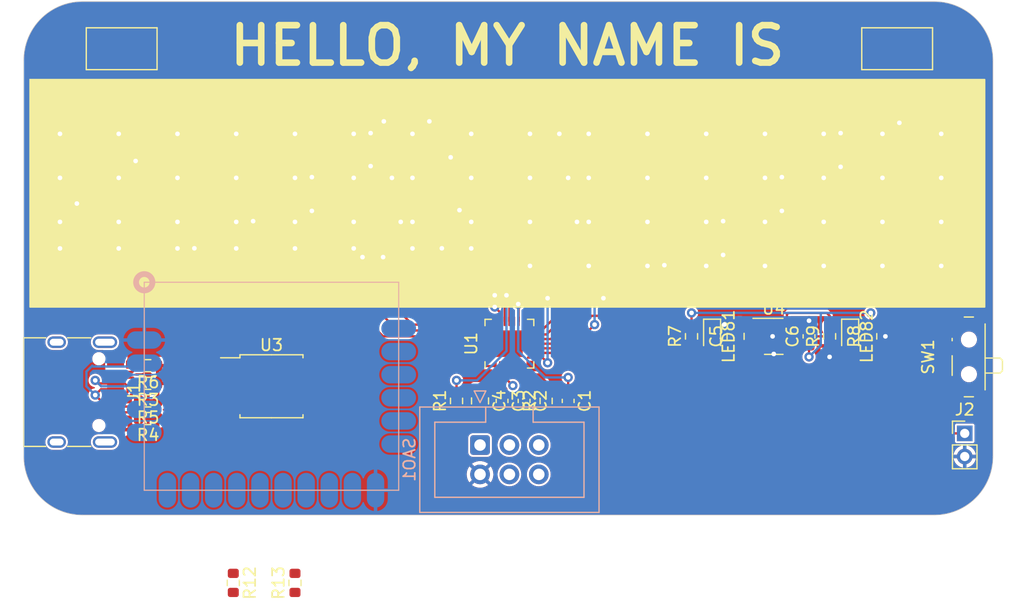
<source format=kicad_pcb>
(kicad_pcb (version 20221018) (generator pcbnew)
  (layers (0 "F.Cu" signal) (31 "B.Cu" signal) (34 "B.Paste" user) (35 "F.Paste" user) (36 "B.SilkS" user "B.Silkscreen") (37 "F.SilkS" user "F.Silkscreen") (38 "B.Mask" user) (39 "F.Mask" user) (44 "Edge.Cuts" user))
  (net 0 "")
  (net 1 "GND")
  (net 2 "+3V3")
  (net 3 "Net-(C1-Pad1)")
  (net 4 "Net-(R1-Pad2)")
  (net 5 "Net-(R2-Pad2)")
  (net 6 "/BUTTON")
  (net 7 "/RESET")
  (net 8 "/SDA")
  (net 10 "/SCL")
  (net 12 "/CA9")
  (net 13 "/~{SDB}")
  (net 16 "/CB3")
  (net 17 "/CB4")
  (net 18 "/CB5")
  (net 19 "/CB6")
  (net 20 "/CB7")
  (net 21 "/CB8")
  (net 22 "/CB9")
  (net 25 "/CA3")
  (net 26 "/CA4")
  (net 27 "/CA5")
  (net 28 "/CA6")
  (net 29 "/CA7")
  (net 30 "/CA8")
  (net 31 "/CA2")
  (net 32 "/CB2")
  (net 52 "Net-(J1-PadA6)")
  (net 53 "Net-(J1-PadA7)")
  (net 54 "Net-(J1-PadB5)")
  (net 55 "Net-(J1-PadA8)")
  (net 56 "Net-(J1-PadA5)")
  (net 57 "Net-(J1-PadB8)")
  (net 58 "Net-(U2-Pad23)")
  (net 59 "Net-(U2-Pad24)")
  (net 60 "Net-(U2-Pad22)")
  (net 61 "/VBATT")
  (net 64 "Net-(U2-Pad21)")
  (net 65 "Net-(J2-Pad1)")
  (net 67 "/VBUS")
  (net 68 "Net-(LED81-Pad1)")
  (net 69 "Net-(LED81-Pad2)")
  (net 70 "Net-(LED82-Pad1)")
  (net 71 "Net-(LED82-Pad2)")
  (net 72 "Net-(R9-Pad2)")
  (footprint "LED_SMD:LED_0603_1608Metric" (layer "F.Cu") (at 110.4011 103.0986 180)
    (fp_text reference "LED4")
    (fp_text value "LED")
  )
  (footprint "Capacitor_SMD:C_0805_2012Metric" (layer "F.Cu") (at 168.148 111.76 90)
    (fp_text reference "C5")
    (fp_text value "10u")
  )
  (footprint "LED_SMD:LED_0603_1608Metric" (layer "F.Cu") (at 145.9611 103.0986 180)
    (fp_text reference "LED39")
    (fp_text value "LED")
  )
  (footprint "LED_SMD:LED_0603_1608Metric" (layer "F.Cu") (at 161.2011 103.0986 180)
    (fp_text reference "LED54")
    (fp_text value "LED")
  )
  (footprint "LED_SMD:LED_0603_1608Metric" (layer "F.Cu") (at 130.7211 103.0986 180)
    (fp_text reference "LED24")
    (fp_text value "LED")
  )
  (footprint "LED_SMD:LED_0603_1608Metric" (layer "F.Cu") (at 145.9611 106.9086 180)
    (fp_text reference "LED40")
    (fp_text value "LED")
  )
  (footprint "LED_SMD:LED_0603_1608Metric" (layer "F.Cu") (at 181.5211 106.9086 180)
    (fp_text reference "LED75")
    (fp_text value "LED")
  )
  (footprint "LED_SMD:LED_0603_1608Metric" (layer "F.Cu") (at 181.5211 103.0986 180)
    (fp_text reference "LED74")
    (fp_text value "LED")
  )
  (footprint "Connector_PinHeader_2.00mm:PinHeader_1x02_P2.00mm_Vertical" (layer "F.Cu") (at 187.96 120.158)
    (fp_text reference "J2")
    (fp_text value "Conn_01x02")
  )
  (footprint "LED_SMD:LED_0603_1608Metric" (layer "F.Cu") (at 115.4811 99.2886 180)
    (fp_text reference "LED8")
    (fp_text value "LED")
  )
  (footprint "LED_SMD:LED_0603_1608Metric" (layer "F.Cu") (at 135.8011 91.6686 180)
    (fp_text reference "LED26")
    (fp_text value "LED")
  )
  (footprint "LED_SMD:LED_0603_1608Metric" (layer "F.Cu") (at 110.4011 95.4786 180)
    (fp_text reference "LED2")
    (fp_text value "LED")
  )
  (footprint "Resistor_SMD:R_0603_1608Metric" (layer "F.Cu") (at 176.276 111.76 90)
    (fp_text reference "R9")
    (fp_text value "10K")
  )
  (footprint "Button_Switch_SMD:SW_SPDT_PCM12" (layer "F.Cu") (at 187.993 113.538 90)
    (fp_text reference "SW1")
    (fp_text value "SW_SPDT")
  )
  (footprint "LED_SMD:LED_0603_1608Metric" (layer "F.Cu") (at 161.2011 91.6686 180)
    (fp_text reference "LED51")
    (fp_text value "LED")
  )
  (footprint "LED_SMD:LED_0603_1608Metric" (layer "F.Cu") (at 120.5611 95.4786 180)
    (fp_text reference "LED12")
    (fp_text value "LED")
  )
  (footprint "LED_SMD:LED_0603_1608Metric" (layer "F.Cu") (at 115.4811 95.4786 180)
    (fp_text reference "LED7")
    (fp_text value "LED")
  )
  (footprint "LED_SMD:LED_0603_1608Metric" (layer "F.Cu") (at 166.2811 106.9086 180)
    (fp_text reference "LED60")
    (fp_text value "LED")
  )
  (footprint "LED_SMD:LED_0603_1608Metric" (layer "F.Cu") (at 166.2811 95.4786 180)
    (fp_text reference "LED57")
    (fp_text value "LED")
  )
  (footprint "LED_SMD:LED_0603_1608Metric" (layer "F.Cu") (at 140.8811 95.4786 180)
    (fp_text reference "LED32")
    (fp_text value "LED")
  )
  (footprint "LED_SMD:LED_0603_1608Metric" (layer "F.Cu") (at 145.9611 95.4786 180)
    (fp_text reference "LED37")
    (fp_text value "LED")
  )
  (footprint "Button_Switch_SMD:SW_SPST_FSMSM" (layer "F.Cu") (at 182.118 86.868 180)
    (fp_text reference "S1" hide)
    (fp_text value "TACT-SPSTSMD-6X3.6")
  )
  (footprint "LED_SMD:LED_0603_1608Metric" (layer "F.Cu") (at 140.8811 103.0986 180)
    (fp_text reference "LED34")
    (fp_text value "LED")
  )
  (footprint "LED_SMD:LED_0603_1608Metric" (layer "F.Cu") (at 186.6011 99.2886 180)
    (fp_text reference "LED78")
    (fp_text value "LED")
  )
  (footprint "Resistor_SMD:R_0603_1608Metric" (layer "F.Cu") (at 144.018 117.348 90)
    (fp_text reference "R1")
    (fp_text value "10K")
  )
  (footprint "LED_SMD:LED_0603_1608Metric" (layer "F.Cu") (at 120.5611 91.6686 180)
    (fp_text reference "LED11")
    (fp_text value "LED")
  )
  (footprint "Resistor_SMD:R_0603_1608Metric" (layer "F.Cu") (at 130.048 133.096 90)
    (fp_text reference "R13")
    (fp_text value "10K")
  )
  (footprint "LED_SMD:LED_0603_1608Metric" (layer "F.Cu") (at 120.5611 106.9086 180)
    (fp_text reference "LED15")
    (fp_text value "LED")
  )
  (footprint "Resistor_SMD:R_0603_1608Metric" (layer "F.Cu") (at 164.338 111.76 90)
    (fp_text reference "R7")
    (fp_text value "1K")
  )
  (footprint "LED_SMD:LED_0603_1608Metric" (layer "F.Cu") (at 161.2011 106.9086 180)
    (fp_text reference "LED55")
    (fp_text value "LED")
  )
  (footprint "LED_SMD:LED_0603_1608Metric" (layer "F.Cu") (at 171.3611 106.9086 180)
    (fp_text reference "LED65")
    (fp_text value "LED")
  )
  (footprint "LED_SMD:LED_0603_1608Metric" (layer "F.Cu") (at 145.9611 99.2886 180)
    (fp_text reference "LED38")
    (fp_text value "LED")
  )
  (footprint "LED_SMD:LED_0603_1608Metric" (layer "F.Cu") (at 186.6011 106.9086 180)
    (fp_text reference "LED80")
    (fp_text value "LED")
  )
  (footprint "Resistor_SMD:R_0603_1608Metric" (layer "F.Cu") (at 117.348 114.3 180)
    (fp_text reference "R6")
    (fp_text value "DNP")
  )
  (footprint "LED_SMD:LED_0603_1608Metric" (layer "F.Cu") (at 176.4411 103.0986 180)
    (fp_text reference "LED69")
    (fp_text value "LED")
  )
  (footprint "LED_SMD:LED_0603_1608Metric" (layer "F.Cu") (at 166.116 111.76 -90)
    (fp_text reference "LED81")
    (fp_text value "LED")
  )
  (footprint "LED_SMD:LED_0603_1608Metric" (layer "F.Cu") (at 151.0411 91.6686 180)
    (fp_text reference "LED41")
    (fp_text value "LED")
  )
  (footprint "LED_SMD:LED_0603_1608Metric" (layer "F.Cu") (at 125.6411 106.9086 180)
    (fp_text reference "LED20")
    (fp_text value "LED")
  )
  (footprint "LED_SMD:LED_0603_1608Metric" (layer "F.Cu") (at 176.4411 106.9086 180)
    (fp_text reference "LED70")
    (fp_text value "LED")
  )
  (footprint "LED_SMD:LED_0603_1608Metric" (layer "F.Cu") (at 140.8811 99.2886 180)
    (fp_text reference "LED33")
    (fp_text value "LED")
  )
  (footprint "LED_SMD:LED_0603_1608Metric" (layer "F.Cu") (at 130.7211 91.6686 180)
    (fp_text reference "LED21")
    (fp_text value "LED")
  )
  (footprint "LED_SMD:LED_0603_1608Metric" (layer "F.Cu") (at 125.6411 95.4786 180)
    (fp_text reference "LED17")
    (fp_text value "LED")
  )
  (footprint "LED_SMD:LED_0603_1608Metric" (layer "F.Cu") (at 166.2811 91.6686 180)
    (fp_text reference "LED56")
    (fp_text value "LED")
  )
  (footprint "LED_SMD:LED_0603_1608Metric" (layer "F.Cu") (at 130.7211 106.9086 180)
    (fp_text reference "LED25")
    (fp_text value "LED")
  )
  (footprint "LED_SMD:LED_0603_1608Metric" (layer "F.Cu") (at 171.3611 95.4786 180)
    (fp_text reference "LED62")
    (fp_text value "LED")
  )
  (footprint "Package_SO:SOIC-8_5.23x5.23mm_P1.27mm" (layer "F.Cu") (at 128.016 116.078)
    (fp_text reference "U3")
    (fp_text value "W25Q32JVSS")
  )
  (footprint "LED_SMD:LED_0603_1608Metric" (layer "F.Cu") (at 176.4411 95.4786 180)
    (fp_text reference "LED67")
    (fp_text value "LED")
  )
  (footprint "Resistor_SMD:R_0603_1608Metric" (layer "F.Cu") (at 179.832 111.76 90)
    (fp_text reference "R8")
    (fp_text value "1K")
  )
  (footprint "LED_SMD:LED_0603_1608Metric" (layer "F.Cu") (at 156.1211 106.9086 180)
    (fp_text reference "LED50")
    (fp_text value "LED")
  )
  (footprint "Resistor_SMD:R_0603_1608Metric" (layer "F.Cu") (at 117.348 118.872 180)
    (fp_text reference "R4")
    (fp_text value "5.1K")
  )
  (footprint "LED_SMD:LED_0603_1608Metric" (layer "F.Cu") (at 151.0411 106.9086 180)
    (fp_text reference "LED45")
    (fp_text value "LED")
  )
  (footprint "LED_SMD:LED_0603_1608Metric" (layer "F.Cu") (at 176.4411 91.6686 180)
    (fp_text reference "LED66")
    (fp_text value "LED")
  )
  (footprint "Capacitor_SMD:C_0805_2012Metric" (layer "F.Cu") (at 146.05 117.348 -90)
    (fp_text reference "C4")
    (fp_text value "10u")
  )
  (footprint "LED_SMD:LED_0603_1608Metric" (layer "F.Cu") (at 145.9611 91.6686 180)
    (fp_text reference "LED36")
    (fp_text value "LED")
  )
  (footprint "LED_SMD:LED_0603_1608Metric" (layer "F.Cu") (at 161.2011 95.4786 180)
    (fp_text reference "LED52")
    (fp_text value "LED")
  )
  (footprint "LED_SMD:LED_0603_1608Metric" (layer "F.Cu") (at 125.6411 99.2886 180)
    (fp_text reference "LED18")
    (fp_text value "LED")
  )
  (footprint "LED_SMD:LED_0603_1608Metric" (layer "F.Cu") (at 171.3611 103.0986 180)
    (fp_text reference "LED64")
    (fp_text value "LED")
  )
  (footprint "Resistor_SMD:R_0603_1608Metric" (layer "F.Cu") (at 117.348 117.348 180)
    (fp_text reference "R5")
    (fp_text value "DNP")
  )
  (footprint "LED_SMD:LED_0603_1608Metric" (layer "F.Cu") (at 125.6411 103.0986 180)
    (fp_text reference "LED19")
    (fp_text value "LED")
  )
  (footprint "LED_SMD:LED_0603_1608Metric" (layer "F.Cu") (at 135.8011 99.2886 180)
    (fp_text reference "LED28")
    (fp_text value "LED")
  )
  (footprint "LED_SMD:LED_0603_1608Metric" (layer "F.Cu") (at 120.5611 99.2886 180)
    (fp_text reference "LED13")
    (fp_text value "LED")
  )
  (footprint "Capacitor_SMD:C_0603_1608Metric" (layer "F.Cu") (at 147.955 117.348 -90)
    (fp_text reference "C3")
    (fp_text value "1u")
  )
  (footprint "LED_SMD:LED_0603_1608Metric" (layer "F.Cu") (at 156.1211 91.6686 180)
    (fp_text reference "LED46")
    (fp_text value "LED")
  )
  (footprint "LED_SMD:LED_0603_1608Metric" (layer "F.Cu") (at 140.8811 106.9086 180)
    (fp_text reference "LED35")
    (fp_text value "LED")
  )
  (footprint "LED_SMD:LED_0603_1608Metric" (layer "F.Cu") (at 125.6411 91.6686 180)
    (fp_text reference "LED16")
    (fp_text value "LED")
  )
  (footprint "LED_SMD:LED_0603_1608Metric" (layer "F.Cu") (at 135.8011 103.0986 180)
    (fp_text reference "LED29")
    (fp_text value "LED")
  )
  (footprint "Capacitor_SMD:C_0603_1608Metric" (layer "F.Cu") (at 153.67 117.348 -90)
    (fp_text reference "C1")
    (fp_text value "100n")
  )
  (footprint "LED_SMD:LED_0603_1608Metric" (layer "F.Cu") (at 161.2011 99.2886 180)
    (fp_text reference "LED53")
    (fp_text value "LED")
  )
  (footprint "LED_SMD:LED_0603_1608Metric" (layer "F.Cu") (at 156.1211 103.0986 180)
    (fp_text reference "LED49")
    (fp_text value "LED")
  )
  (footprint "Resistor_SMD:R_0603_1608Metric" (layer "F.Cu") (at 151.765 117.348 90)
    (fp_text reference "R2")
    (fp_text value "10K")
  )
  (footprint "LED_SMD:LED_0603_1608Metric" (layer "F.Cu") (at 181.5211 95.4786 180)
    (fp_text reference "LED72")
    (fp_text value "LED")
  )
  (footprint "LED_SMD:LED_0603_1608Metric" (layer "F.Cu") (at 110.4011 99.2886 180)
    (fp_text reference "LED3")
    (fp_text value "LED")
  )
  (footprint "LED_SMD:LED_0603_1608Metric" (layer "F.Cu") (at 186.6011 103.0986 180)
    (fp_text reference "LED79")
    (fp_text value "LED")
  )
  (footprint "LED_SMD:LED_0603_1608Metric" (layer "F.Cu") (at 171.3611 99.2886 180)
    (fp_text reference "LED63")
    (fp_text value "LED")
  )
  (footprint "LED_SMD:LED_0603_1608Metric" (layer "F.Cu") (at 186.6011 91.6686 180)
    (fp_text reference "LED76")
    (fp_text value "LED")
  )
  (footprint "LED_SMD:LED_0603_1608Metric" (layer "F.Cu") (at 110.4011 91.6686 180)
    (fp_text reference "LED1")
    (fp_text value "LED")
  )
  (footprint "Resistor_SMD:R_0603_1608Metric" (layer "F.Cu") (at 124.714 133.096 -90)
    (fp_text reference "R12")
    (fp_text value "10K")
  )
  (footprint "Capacitor_SMD:C_0603_1608Metric" (layer "F.Cu") (at 174.498 111.76 90)
    (fp_text reference "C6")
    (fp_text value "1u")
  )
  (footprint "Package_DFN_QFN:QFN-28-1EP_4x4mm_P0.4mm_EP2.3x2.3mm" (layer "F.Cu") (at 148.59 112.395 90)
    (fp_text reference "U1")
    (fp_text value "IS31FL3731-QF")
  )
  (footprint "LED_SMD:LED_0603_1608Metric" (layer "F.Cu") (at 176.4411 99.2886 180)
    (fp_text reference "LED68")
    (fp_text value "LED")
  )
  (footprint "LED_SMD:LED_0603_1608Metric" (layer "F.Cu") (at 130.7211 99.2886 180)
    (fp_text reference "LED23")
    (fp_text value "LED")
  )
  (footprint "LED_SMD:LED_0603_1608Metric" (layer "F.Cu") (at 181.5211 99.2886 180)
    (fp_text reference "LED73")
    (fp_text value "LED")
  )
  (footprint "Capacitor_SMD:C_0603_1608Metric" (layer "F.Cu") (at 149.86 117.348 -90)
    (fp_text reference "C2")
    (fp_text value "100n")
  )
  (footprint "LED_SMD:LED_0603_1608Metric" (layer "F.Cu") (at 181.5211 91.6686 180)
    (fp_text reference "LED71")
    (fp_text value "LED")
  )
  (footprint "LED_SMD:LED_0603_1608Metric" (layer "F.Cu") (at 151.0411 99.2886 180)
    (fp_text reference "LED43")
    (fp_text value "LED")
  )
  (footprint "LED_SMD:LED_0603_1608Metric" (layer "F.Cu") (at 151.0411 95.4786 180)
    (fp_text reference "LED42")
    (fp_text value "LED")
  )
  (footprint "LED_SMD:LED_0603_1608Metric" (layer "F.Cu") (at 156.1211 99.2886 180)
    (fp_text reference "LED48")
    (fp_text value "LED")
  )
  (footprint "Resistor_SMD:R_0603_1608Metric" (layer "F.Cu") (at 117.348 115.824 180)
    (fp_text reference "R3")
    (fp_text value "5.1K")
  )
  (footprint "LED_SMD:LED_0603_1608Metric" (layer "F.Cu") (at 120.5611 103.0986 180)
    (fp_text reference "LED14")
    (fp_text value "LED")
  )
  (footprint "LED_SMD:LED_0603_1608Metric" (layer "F.Cu") (at 156.1211 95.4786 180)
    (fp_text reference "LED47")
    (fp_text value "LED")
  )
  (footprint "Button_Switch_SMD:SW_SPST_FSMSM" (layer "F.Cu") (at 115.062 86.868)
    (fp_text reference "S2" hide)
    (fp_text value "TACT-SPSTSMD-6X3.6")
  )
  (footprint "LED_SMD:LED_0603_1608Metric" (layer "F.Cu") (at 135.8011 95.4786 180)
    (fp_text reference "LED27")
    (fp_text value "LED")
  )
  (footprint "LED_SMD:LED_0603_1608Metric" (layer "F.Cu") (at 151.0411 103.0986 180)
    (fp_text reference "LED44")
    (fp_text value "LED")
  )
  (footprint "LED_SMD:LED_0603_1608Metric" (layer "F.Cu") (at 178.054 111.76 -90)
    (fp_text reference "LED82")
    (fp_text value "LED")
  )
  (footprint "LED_SMD:LED_0603_1608Metric" (layer "F.Cu") (at 115.4811 106.9086 180)
    (fp_text reference "LED10")
    (fp_text value "LED")
  )
  (footprint "LED_SMD:LED_0603_1608Metric" (layer "F.Cu") (at 166.2811 103.0986 180)
    (fp_text reference "LED59")
    (fp_text value "LED")
  )
  (footprint "LED_SMD:LED_0603_1608Metric" (layer "F.Cu") (at 115.4811 91.6686 180)
    (fp_text reference "LED6")
    (fp_text value "LED")
  )
  (footprint "LED_SMD:LED_0603_1608Metric" (layer "F.Cu") (at 186.6011 95.4786 180)
    (fp_text reference "LED77")
    (fp_text value "LED")
  )
  (footprint "Connector_USB:USB_C_Receptacle_HRO_TYPE-C-31-M-12" (layer "F.Cu") (at 110.49 116.586 -90)
    (fp_text reference "J1")
    (fp_text value "USB_C_Receptacle_USB2.0")
  )
  (footprint "LED_SMD:LED_0603_1608Metric" (layer "F.Cu") (at 130.7211 95.4786 180)
    (fp_text reference "LED22")
    (fp_text value "LED")
  )
  (footprint "LED_SMD:LED_0603_1608Metric" (layer "F.Cu") (at 171.3611 91.6686 180)
    (fp_text reference "LED61")
    (fp_text value "LED")
  )
  (footprint "Package_TO_SOT_SMD:SOT-23-6" (layer "F.Cu") (at 171.45 111.76)
    (fp_text reference "U4")
    (fp_text value "TP4057")
  )
  (footprint "LED_SMD:LED_0603_1608Metric" (layer "F.Cu") (at 166.2811 99.2886 180)
    (fp_text reference "LED58")
    (fp_text value "LED")
  )
  (footprint "LED_SMD:LED_0603_1608Metric" (layer "F.Cu") (at 110.4011 106.9086 180)
    (fp_text reference "LED5")
    (fp_text value "LED")
  )
  (footprint "LED_SMD:LED_0603_1608Metric" (layer "F.Cu") (at 135.8011 106.9086 180)
    (fp_text reference "LED30")
    (fp_text value "LED")
  )
  (footprint "LED_SMD:LED_0603_1608Metric" (layer "F.Cu") (at 140.8811 91.6686 180)
    (fp_text reference "LED31")
    (fp_text value "LED")
  )
  (footprint "LED_SMD:LED_0603_1608Metric" (layer "F.Cu") (at 115.4811 103.0986 180)
    (fp_text reference "LED9")
    (fp_text value "LED")
  )
  (footprint "Connector_IDC:IDC-Header_2x03_P2.54mm_Vertical" (layer "B.Cu") (at 146.05 121.1675 -90)
    (fp_text reference "SAO1")
    (fp_text value "AVR-ISP-6SMD")
  )
  (footprint "hcc_mod:SAMD_HCC_G_FOOT" (layer "B.Cu") (at 128.016 116.078 -90)
    (fp_text reference "U2" hide)
    (fp_text value "SAMD21_MOD")
  )
  (gr_rect (start 107.1372 89.535) (end 189.6872 109.22) (stroke (width 0.12)) (fill solid) (layer "F.SilkS"))
  (gr_arc (start 111.6711 127.2286) (mid 108.078998 125.740702) (end 106.5911 122.1486) (stroke (width 0.05)) (layer "Edge.Cuts"))
  (gr_line (start 111.6711 82.7786) (end 185.3311 82.7786) (stroke (width 0.05)) (layer "Edge.Cuts"))
  (gr_line (start 185.3311 127.2286) (end 111.6711 127.2286) (stroke (width 0.05)) (layer "Edge.Cuts"))
  (gr_arc (start 185.3311 82.7786) (mid 188.923202 84.266498) (end 190.4111 87.8586) (stroke (width 0.05)) (layer "Edge.Cuts"))
  (gr_line (start 190.4111 87.8586) (end 190.4111 122.1486) (stroke (width 0.05)) (layer "Edge.Cuts"))
  (gr_arc (start 106.5911 87.8586) (mid 108.078998 84.266498) (end 111.6711 82.7786) (stroke (width 0.05)) (layer "Edge.Cuts"))
  (gr_line (start 106.5911 122.1486) (end 106.5911 87.8586) (stroke (width 0.05)) (layer "Edge.Cuts"))
  (gr_arc (start 190.4111 122.1486) (mid 188.923202 125.740702) (end 185.3311 127.2286) (stroke (width 0.05)) (layer "Edge.Cuts"))
  (gr_text "LED41" (at 149.7711 93.5736) (layer "F.SilkS") (effects (font (size 0.8128 0.8128) (thickness 0.2032))))
  (gr_text "LED75" (at 180.2511 105.6386) (layer "F.SilkS") (effects (font (size 0.8128 0.8128) (thickness 0.2032))))
  (gr_text "LED53" (at 159.9311 98.0186) (layer "F.SilkS") (effects (font (size 0.8128 0.8128) (thickness 0.2032))))
  (gr_text "LED28" (at 134.5311 98.0186) (layer "F.SilkS") (effects (font (size 0.8128 0.8128) (thickness 0.2032))))
  (gr_text "LED78" (at 185.3311 98.0186) (layer "F.SilkS") (effects (font (size 0.8128 0.8128) (thickness 0.2032))))
  (gr_text "LED10" (at 114.2111 105.6386) (layer "F.SilkS") (effects (font (size 0.8128 0.8128) (thickness 0.2032))))
  (gr_text "LED55" (at 159.9311 105.6386) (layer "F.SilkS") (effects (font (size 0.8128 0.8128) (thickness 0.2032))))
  (gr_text "LED31" (at 139.6111 93.5736) (layer "F.SilkS") (effects (font (size 0.8128 0.8128) (thickness 0.2032))))
  (gr_text "LED63" (at 170.0911 98.0186) (layer "F.SilkS") (effects (font (size 0.8128 0.8128) (thickness 0.2032))))
  (gr_text "LED45" (at 149.7711 105.6386) (layer "F.SilkS") (effects (font (size 0.8128 0.8128) (thickness 0.2032))))
  (gr_text "LED60" (at 165.0111 105.6386) (layer "F.SilkS") (effects (font (size 0.8128 0.8128) (thickness 0.2032))))
  (gr_text "LED54" (at 159.9311 101.8286) (layer "F.SilkS") (effects (font (size 0.8128 0.8128) (thickness 0.2032))))
  (gr_text "LED30" (at 134.5311 105.6386) (layer "F.SilkS") (effects (font (size 0.8128 0.8128) (thickness 0.2032))))
  (gr_text "LED61" (at 170.0911 93.5736) (layer "F.SilkS") (effects (font (size 0.8128 0.8128) (thickness 0.2032))))
  (gr_text "LED19" (at 124.3711 101.8286) (layer "F.SilkS") (effects (font (size 0.8128 0.8128) (thickness 0.2032))))
  (gr_text "LED47" (at 154.8511 94.2086) (layer "F.SilkS") (effects (font (size 0.8128 0.8128) (thickness 0.2032))))
  (gr_text "LED15" (at 119.2911 105.6386) (layer "F.SilkS") (effects (font (size 0.8128 0.8128) (thickness 0.2032))))
  (gr_text "LED33" (at 139.6111 98.0186) (layer "F.SilkS") (effects (font (size 0.8128 0.8128) (thickness 0.2032))))
  (gr_text "LED34" (at 139.6111 101.8286) (layer "F.SilkS") (effects (font (size 0.8128 0.8128) (thickness 0.2032))))
  (gr_text "LED39" (at 144.6911 101.8286) (layer "F.SilkS") (effects (font (size 0.8128 0.8128) (thickness 0.2032))))
  (gr_text "LED12" (at 119.2911 94.2086) (layer "F.SilkS") (effects (font (size 0.8128 0.8128) (thickness 0.2032))))
  (gr_text "LED20" (at 124.3711 105.6386) (layer "F.SilkS") (effects (font (size 0.8128 0.8128) (thickness 0.2032))))
  (gr_text "LED65" (at 170.0911 105.6386) (layer "F.SilkS") (effects (font (size 0.8128 0.8128) (thickness 0.2032))))
  (gr_text "LED22" (at 129.4511 94.2086) (layer "F.SilkS") (effects (font (size 0.8128 0.8128) (thickness 0.2032))))
  (gr_text "HELLO, MY NAME IS" (at 148.4122 88.4936) (layer "F.SilkS") (effects (font (size 3.2385 3.2385) (thickness 0.5715)) (justify bottom)))
  (gr_text "LED72" (at 180.2511 94.2086) (layer "F.SilkS") (effects (font (size 0.8128 0.8128) (thickness 0.2032))))
  (gr_text "LED11" (at 119.2911 93.5736) (layer "F.SilkS") (effects (font (size 0.8128 0.8128) (thickness 0.2032))))
  (gr_text "LED52" (at 159.9311 94.2086) (layer "F.SilkS") (effects (font (size 0.8128 0.8128) (thickness 0.2032))))
  (gr_text "LED14" (at 119.2911 101.8286) (layer "F.SilkS") (effects (font (size 0.8128 0.8128) (thickness 0.2032))))
  (gr_text "LED6" (at 114.2111 93.5736) (layer "F.SilkS") (effects (font (size 0.8128 0.8128) (thickness 0.2032))))
  (gr_text "LED3" (at 109.1311 98.0186) (layer "F.SilkS") (effects (font (size 0.8128 0.8128) (thickness 0.2032))))
  (gr_text "LED24" (at 129.4511 101.8286) (layer "F.SilkS") (effects (font (size 0.8128 0.8128) (thickness 0.2032))))
  (gr_text "LED57" (at 165.0111 94.2086) (layer "F.SilkS") (effects (font (size 0.8128 0.8128) (thickness 0.2032))))
  (gr_text "LED70" (at 175.1711 105.6386) (layer "F.SilkS") (effects (font (size 0.8128 0.8128) (thickness 0.2032))))
  (gr_text "LED32" (at 139.6111 94.2086) (layer "F.SilkS") (effects (font (size 0.8128 0.8128) (thickness 0.2032))))
  (gr_text "LED44" (at 149.7711 101.8286) (layer "F.SilkS") (effects (font (size 0.8128 0.8128) (thickness 0.2032))))
  (gr_text "LED43" (at 149.7711 98.0186) (layer "F.SilkS") (effects (font (size 0.8128 0.8128) (thickness 0.2032))))
  (gr_text "LED74" (at 180.2511 101.8286) (layer "F.SilkS") (effects (font (size 0.8128 0.8128) (thickness 0.2032))))
  (gr_text "LED42" (at 149.7711 94.2086) (layer "F.SilkS") (effects (font (size 0.8128 0.8128) (thickness 0.2032))))
  (gr_text "LED35" (at 139.6111 105.6386) (layer "F.SilkS") (effects (font (size 0.8128 0.8128) (thickness 0.2032))))
  (gr_text "LED48" (at 154.8511 98.0186) (layer "F.SilkS") (effects (font (size 0.8128 0.8128) (thickness 0.2032))))
  (gr_text "LED13" (at 119.2911 98.0186) (layer "F.SilkS") (effects (font (size 0.8128 0.8128) (thickness 0.2032))))
  (gr_text "LED27" (at 134.5311 94.2086) (layer "F.SilkS") (effects (font (size 0.8128 0.8128) (thickness 0.2032))))
  (gr_text "LED26" (at 134.5311 93.5736) (layer "F.SilkS") (effects (font (size 0.8128 0.8128) (thickness 0.2032))))
  (gr_text "LED1" (at 109.1311 93.5736) (layer "F.SilkS") (effects (font (size 0.8128 0.8128) (thickness 0.2032))))
  (gr_text "LED80" (at 185.3311 105.6386) (layer "F.SilkS") (effects (font (size 0.8128 0.8128) (thickness 0.2032))))
  (gr_text "LED51" (at 159.9311 93.5736) (layer "F.SilkS") (effects (font (size 0.8128 0.8128) (thickness 0.2032))))
  (gr_text "LED62" (at 170.0911 94.2086) (layer "F.SilkS") (effects (font (size 0.8128 0.8128) (thickness 0.2032))))
  (gr_text "LED64" (at 170.0911 101.8286) (layer "F.SilkS") (effects (font (size 0.8128 0.8128) (thickness 0.2032))))
  (gr_text "LED9" (at 114.2111 101.8286) (layer "F.SilkS") (effects (font (size 0.8128 0.8128) (thickness 0.2032))))
  (gr_text "LED23" (at 129.4511 98.0186) (layer "F.SilkS") (effects (font (size 0.8128 0.8128) (thickness 0.2032))))
  (gr_text "LED50" (at 154.8511 105.6386) (layer "F.SilkS") (effects (font (size 0.8128 0.8128) (thickness 0.2032))))
  (gr_text "LED68" (at 175.1711 98.0186) (layer "F.SilkS") (effects (font (size 0.8128 0.8128) (thickness 0.2032))))
  (gr_text "LED38" (at 144.6911 98.0186) (layer "F.SilkS") (effects (font (size 0.8128 0.8128) (thickness 0.2032))))
  (gr_text "LED69" (at 175.1711 101.8286) (layer "F.SilkS") (effects (font (size 0.8128 0.8128) (thickness 0.2032))))
  (gr_text "LED7" (at 114.2111 94.5261) (layer "F.SilkS") (effects (font (size 0.8128 0.8128) (thickness 0.2032))))
  (gr_text "LED17" (at 124.3711 94.2086) (layer "F.SilkS") (effects (font (size 0.8128 0.8128) (thickness 0.2032))))
  (gr_text "LED73" (at 180.2511 98.0186) (layer "F.SilkS") (effects (font (size 0.8128 0.8128) (thickness 0.2032))))
  (gr_text "LED29" (at 134.5311 101.8286) (layer "F.SilkS") (effects (font (size 0.8128 0.8128) (thickness 0.2032))))
  (gr_text "LED79" (at 185.3311 101.8286) (layer "F.SilkS") (effects (font (size 0.8128 0.8128) (thickness 0.2032))))
  (gr_text "LED49" (at 154.8511 101.8286) (layer "F.SilkS") (effects (font (size 0.8128 0.8128) (thickness 0.2032))))
  (gr_text "LED59" (at 165.0111 101.8286) (layer "F.SilkS") (effects (font (size 0.8128 0.8128) (thickness 0.2032))))
  (gr_text "LED2" (at 109.1311 94.5261) (layer "F.SilkS") (effects (font (size 0.8128 0.8128) (thickness 0.2032))))
  (gr_text "LED25" (at 129.4511 105.6386) (layer "F.SilkS") (effects (font (size 0.8128 0.8128) (thickness 0.2032))))
  (gr_text "LED40" (at 144.6911 105.6386) (layer "F.SilkS") (effects (font (size 0.8128 0.8128) (thickness 0.2032))))
  (gr_text "LED18" (at 124.3711 98.0186) (layer "F.SilkS") (effects (font (size 0.8128 0.8128) (thickness 0.2032))))
  (gr_text "LED4" (at 109.1311 101.8286) (layer "F.SilkS") (effects (font (size 0.8128 0.8128) (thickness 0.2032))))
  (gr_text "LED71" (at 180.2511 93.5736) (layer "F.SilkS") (effects (font (size 0.8128 0.8128) (thickness 0.2032))))
  (gr_text "LED46" (at 154.8511 93.5736) (layer "F.SilkS") (effects (font (size 0.8128 0.8128) (thickness 0.2032))))
  (gr_text "LED67" (at 175.1711 94.2086) (layer "F.SilkS") (effects (font (size 0.8128 0.8128) (thickness 0.2032))))
  (gr_text "LED76" (at 185.3311 93.5736) (layer "F.SilkS") (effects (font (size 0.8128 0.8128) (thickness 0.2032))))
  (gr_text "LED77" (at 185.3311 94.2086) (layer "F.SilkS") (effects (font (size 0.8128 0.8128) (thickness 0.2032))))
  (gr_text "LED36" (at 144.6911 93.5736) (layer "F.SilkS") (effects (font (size 0.8128 0.8128) (thickness 0.2032))))
  (gr_text "LED56" (at 165.0111 93.5736) (layer "F.SilkS") (effects (font (size 0.8128 0.8128) (thickness 0.2032))))
  (gr_text "LED37" (at 144.6911 94.2086) (layer "F.SilkS") (effects (font (size 0.8128 0.8128) (thickness 0.2032))))
  (gr_text "LED21" (at 129.4511 93.5736) (layer "F.SilkS") (effects (font (size 0.8128 0.8128) (thickness 0.2032))))
  (gr_text "LED66" (at 175.1711 93.5736) (layer "F.SilkS") (effects (font (size 0.8128 0.8128) (thickness 0.2032))))
  (gr_text "LED8" (at 114.2111 98.0186) (layer "F.SilkS") (effects (font (size 0.8128 0.8128) (thickness 0.2032))))
  (gr_text "LED16" (at 124.3711 93.5736) (layer "F.SilkS") (effects (font (size 0.8128 0.8128) (thickness 0.2032))))
  (gr_text "LED58" (at 165.0111 98.0186) (layer "F.SilkS") (effects (font (size 0.8128 0.8128) (thickness 0.2032))))
  (gr_text "LED5" (at 109.1311 105.6386) (layer "F.SilkS") (effects (font (size 0.8128 0.8128) (thickness 0.2032))))
  (segment (start 150.622 115.57) (end 150.876 115.824) (width 0.2) (layer "F.Cu") (net 1))
  (segment (start 174.498 110.985) (end 174.498 110.4053) (width 0.2) (layer "F.Cu") (net 1))
  (segment (start 148.99 114.3325) (end 148.99 112.795) (width 0.2) (layer "F.Cu") (net 1))
  (segment (start 146.225 118.25) (end 146.05 118.425) (width 0.2) (layer "F.Cu") (net 1))
  (segment (start 150.876 118.364) (end 151.701 118.364) (width 0.2) (layer "F.Cu") (net 1))
  (segment (start 148.99 112.795) (end 148.59 112.395) (width 0.2) (layer "F.Cu") (net 1))
  (segment (start 150.876 115.824) (end 150.876 118.364) (width 0.2) (layer "F.Cu") (net 1))
  (segment (start 176.276 112.585) (end 176.276 113.538) (width 0.2) (layer "F.Cu") (net 1))
  (segment (start 170.3125 111.76) (end 171.3477 111.76) (width 0.2) (layer "F.Cu") (net 1))
  (segment (start 149.974 118.364) (end 149.86 118.25) (width 0.2) (layer "F.Cu") (net 1))
  (segment (start 167.2347 110.81) (end 167.168235 110.743535) (width 0.2) (layer "F.Cu") (net 1))
  (segment (start 148.99 114.3325) (end 148.99 115.168351) (width 0.2) (layer "F.Cu") (net 1))
  (segment (start 147.955 118.25) (end 146.225 118.25) (width 0.2) (layer "F.Cu") (net 1))
  (segment (start 168.148 110.81) (end 167.2347 110.81) (width 0.2) (layer "F.Cu") (net 1))
  (segment (start 149.86 118.25) (end 147.955 118.25) (width 0.2) (layer "F.Cu") (net 1))
  (segment (start 148.99 115.168351) (end 149.391649 115.57) (width 0.2) (layer "F.Cu") (net 1))
  (segment (start 149.391649 115.57) (end 150.622 115.57) (width 0.2) (layer "F.Cu") (net 1))
  (segment (start 151.701 118.364) (end 151.765 118.3) (width 0.2) (layer "F.Cu") (net 1))
  (segment (start 150.876 118.364) (end 149.974 118.364) (width 0.2) (layer "F.Cu") (net 1))
  (via (at 176.276 113.538) (size 0.8) (drill 0.4) (layers "F.Cu" "B.Cu") (net 1))
  (via (at 167.168235 110.743535) (size 0.8) (drill 0.4) (layers "F.Cu" "B.Cu") (net 1))
  (via (at 171.3477 111.76) (size 0.8) (drill 0.4) (layers "F.Cu" "B.Cu") (net 1))
  (via (at 174.498 110.4053) (size 0.8) (drill 0.4) (layers "F.Cu" "B.Cu") (net 1))
  (segment (start 147.79 116.535) (end 147.955 116.7) (width 0.2) (layer "F.Cu") (net 2))
  (segment (start 147.78 116.525) (end 147.955 116.7) (width 0.2) (layer "F.Cu") (net 2))
  (segment (start 147.79 114.3325) (end 147.79 116.535) (width 0.2) (layer "F.Cu") (net 2))
  (segment (start 146.05 116.525) (end 147.78 116.525) (width 0.2) (layer "F.Cu") (net 2))
  (segment (start 149.86 116.7) (end 147.955 116.7) (width 0.2) (layer "F.Cu") (net 2))
  (segment (start 149.39 109.004) (end 149.352 108.966) (width 0.2) (layer "F.Cu") (net 3))
  (segment (start 149.39 110.4575) (end 149.39 109.004) (width 0.2) (layer "F.Cu") (net 3))
  (segment (start 153.67 116.573) (end 153.67 115.316) (width 0.2) (layer "F.Cu") (net 3))
  (via (at 153.67 115.316) (size 0.8) (drill 0.4) (layers "F.Cu" "B.Cu") (net 3))
  (via (at 149.352 108.966) (size 0.8) (drill 0.4) (layers "F.Cu" "B.Cu") (net 3))
  (segment (start 151.638 115.316) (end 153.67 115.316) (width 0.2) (layer "B.Cu") (net 3))
  (segment (start 149.352 113.03) (end 151.638 115.316) (width 0.2) (layer "B.Cu") (net 3))
  (segment (start 149.352 108.966) (end 149.352 113.03) (width 0.2) (layer "B.Cu") (net 3))
  (segment (start 148.59 108.458) (end 148.336 108.204) (width 0.2) (layer "F.Cu") (net 4))
  (segment (start 144.018 115.57) (end 144.018 116.523) (width 0.2) (layer "F.Cu") (net 4))
  (segment (start 148.59 110.4575) (end 148.59 108.458) (width 0.2) (layer "F.Cu") (net 4))
  (via (at 144.018 115.57) (size 0.8) (drill 0.4) (layers "F.Cu" "B.Cu") (net 4))
  (via (at 148.336 108.204) (size 0.8) (drill 0.4) (layers "F.Cu" "B.Cu") (net 4))
  (segment (start 148.336 113.03) (end 145.796 115.57) (width 0.2) (layer "B.Cu") (net 4))
  (segment (start 145.796 115.57) (end 144.018 115.57) (width 0.2) (layer "B.Cu") (net 4))
  (segment (start 148.336 108.204) (end 148.336 113.03) (width 0.2) (layer "B.Cu") (net 4))
  (segment (start 149.606 115.062) (end 151.13 115.062) (width 0.2) (layer "F.Cu") (net 5))
  (segment (start 151.13 115.062) (end 151.765 115.697) (width 0.2) (layer "F.Cu") (net 5))
  (segment (start 151.765 115.697) (end 151.765 116.65) (width 0.2) (layer "F.Cu") (net 5))
  (segment (start 149.39 114.846) (end 149.606 115.062) (width 0.2) (layer "F.Cu") (net 5))
  (segment (start 149.39 114.3325) (end 149.39 114.846) (width 0.2) (layer "F.Cu") (net 5))
  (segment (start 148.19 110.4575) (end 148.19 109.074) (width 0.2) (layer "F.Cu") (net 8))
  (segment (start 148.19 109.074) (end 147.32 108.204) (width 0.2) (layer "F.Cu") (net 8))
  (via (at 147.32 108.204) (size 0.8) (drill 0.4) (layers "F.Cu" "B.Cu") (net 8))
  (segment (start 147.79 110.4575) (end 147.79 109.69) (width 0.2) (layer "F.Cu") (net 10))
  (segment (start 147.79 109.69) (end 147.32 109.22) (width 0.2) (layer "F.Cu") (net 10))
  (via (at 147.32 109.22) (size 0.8) (drill 0.4) (layers "F.Cu" "B.Cu") (net 10))
  (segment (start 135.0136 91.6686) (end 135.0136 90.8176) (width 0.25) (layer "F.Cu") (net 12))
  (segment (start 146.7486 91.6686) (end 146.7486 90.8686) (width 0.25) (layer "F.Cu") (net 12))
  (segment (start 140.0936 91.6686) (end 140.0936 90.8176) (width 0.25) (layer "F.Cu") (net 12))
  (segment (start 109.6136 91.0464) (end 109.6136 91.6686) (width 0.25) (layer "F.Cu") (net 12))
  (segment (start 147.39 114.3325) (end 143.5425 114.3325) (width 0.2) (layer "F.Cu") (net 12))
  (segment (start 129.9336 91.6686) (end 129.9336 90.8176) (width 0.25) (layer "F.Cu") (net 12))
  (segment (start 140.081 90.805) (end 135.001 90.805) (width 0.25) (layer "F.Cu") (net 12))
  (segment (start 124.8536 90.8176) (end 124.841 90.805) (width 0.25) (layer "F.Cu") (net 12))
  (segment (start 146.7486 95.4786) (end 146.7486 99.2886) (width 0.25) (layer "F.Cu") (net 12))
  (segment (start 146.7486 103.0986) (end 146.7486 106.9086) (width 0.25) (layer "F.Cu") (net 12))
  (segment (start 119.7736 90.8176) (end 119.761 90.805) (width 0.25) (layer "F.Cu") (net 12))
  (segment (start 114.6936 90.8176) (end 114.681 90.805) (width 0.25) (layer "F.Cu") (net 12))
  (segment (start 124.8536 91.6686) (end 124.8536 90.8176) (width 0.25) (layer "F.Cu") (net 12))
  (segment (start 134.112 92.5702) (end 135.0136 91.6686) (width 0.2) (layer "F.Cu") (net 12))
  (segment (start 146.7486 99.2886) (end 146.7486 103.0986) (width 0.25) (layer "F.Cu") (net 12))
  (segment (start 140.97 111.76) (end 137.668 111.76) (width 0.2) (layer "F.Cu") (net 12))
  (segment (start 114.6936 91.6686) (end 114.6936 90.8176) (width 0.25) (layer "F.Cu") (net 12))
  (segment (start 109.855 90.805) (end 109.6136 91.0464) (width 0.25) (layer "F.Cu") (net 12))
  (segment (start 124.841 90.805) (end 119.761 90.805) (width 0.25) (layer "F.Cu") (net 12))
  (segment (start 114.681 90.805) (end 109.855 90.805) (width 0.25) (layer "F.Cu") (net 12))
  (segment (start 129.921 90.805) (end 124.841 90.805) (width 0.25) (layer "F.Cu") (net 12))
  (segment (start 134.112 108.204) (end 134.112 92.5702) (width 0.2) (layer "F.Cu") (net 12))
  (segment (start 129.9336 90.8176) (end 129.921 90.805) (width 0.25) (layer "F.Cu") (net 12))
  (segment (start 146.7486 90.8686) (end 146.685 90.805) (width 0.25) (layer "F.Cu") (net 12))
  (segment (start 146.685 90.805) (end 140.081 90.805) (width 0.25) (layer "F.Cu") (net 12))
  (segment (start 135.001 90.805) (end 129.921 90.805) (width 0.25) (layer "F.Cu") (net 12))
  (segment (start 135.0136 90.8176) (end 135.001 90.805) (width 0.25) (layer "F.Cu") (net 12))
  (segment (start 119.761 90.805) (end 114.681 90.805) (width 0.25) (layer "F.Cu") (net 12))
  (segment (start 143.5425 114.3325) (end 140.97 111.76) (width 0.2) (layer "F.Cu") (net 12))
  (segment (start 140.0936 90.8176) (end 140.081 90.805) (width 0.25) (layer "F.Cu") (net 12))
  (segment (start 137.668 111.76) (end 134.112 108.204) (width 0.2) (layer "F.Cu") (net 12))
  (segment (start 146.7486 91.6686) (end 146.7486 95.4786) (width 0.25) (layer "F.Cu") (net 12))
  (segment (start 119.7736 91.6686) (end 119.7736 90.8176) (width 0.25) (layer "F.Cu") (net 12))
  (segment (start 148.19 114.3325) (end 148.19 115.326214) (width 0.2) (layer "F.Cu") (net 13))
  (segment (start 148.19 115.326214) (end 148.886486 116.0227) (width 0.2) (layer "F.Cu") (net 13))
  (via (at 148.886486 116.0227) (size 0.8) (drill 0.4) (layers "F.Cu" "B.Cu") (net 13))
  (segment (start 156.9086 103.0986) (end 156.9086 106.9086) (width 0.25) (layer "F.Cu") (net 16))
  (segment (start 150.5275 113.195) (end 153.505 113.195) (width 0.2) (layer "F.Cu") (net 16))
  (segment (start 156.718 108.458) (end 156.9086 108.2674) (width 0.2) (layer "F.Cu") (net 16))
  (segment (start 156.9086 91.6686) (end 156.9086 95.4786) (width 0.25) (layer "F.Cu") (net 16))
  (segment (start 156.9086 108.2674) (end 156.9086 106.9086) (width 0.2) (layer "F.Cu") (net 16))
  (segment (start 156.9086 99.2886) (end 156.9086 103.0986) (width 0.25) (layer "F.Cu") (net 16))
  (segment (start 156.9086 95.4786) (end 156.9086 99.2886) (width 0.25) (layer "F.Cu") (net 16))
  (segment (start 153.505 113.195) (end 155.956 110.744) (width 0.2) (layer "F.Cu") (net 16))
  (via (at 155.956 110.744) (size 0.8) (drill 0.4) (layers "F.Cu" "B.Cu") (net 16))
  (via (at 156.718 108.458) (size 0.8) (drill 0.4) (layers "F.Cu" "B.Cu") (net 16))
  (segment (start 155.956 109.22) (end 156.718 108.458) (width 0.2) (layer "B.Cu") (net 16))
  (segment (start 155.956 110.744) (end 155.956 109.22) (width 0.2) (layer "B.Cu") (net 16))
  (segment (start 157.988 108.458) (end 156.464 109.982) (width 0.2) (layer "F.Cu") (net 17))
  (segment (start 156.464 109.982) (end 155.702 109.982) (width 0.2) (layer "F.Cu") (net 17))
  (segment (start 161.9886 91.6686) (end 161.9886 95.4786) (width 0.25) (layer "F.Cu") (net 17))
  (segment (start 175.6536 106.9086) (end 175.6536 105.7784) (width 0.2) (layer "F.Cu") (net 17))
  (segment (start 161.9886 103.0986) (end 161.9886 104.3306) (width 0.25) (layer "F.Cu") (net 17))
  (segment (start 161.9886 104.3306) (end 161.9886 105.6006) (width 0.25) (layer "F.Cu") (net 17))
  (segment (start 180.7336 106.9086) (end 180.7336 105.7784) (width 0.2) (layer "F.Cu") (net 17))
  (segment (start 161.9886 95.4786) (end 161.9886 99.2886) (width 0.25) (layer "F.Cu") (net 17))
  (segment (start 161.9886 104.3306) (end 161.9252 104.394) (width 0.2) (layer "F.Cu") (net 17))
  (segment (start 185.8136 105.7784) (end 185.928 105.664) (width 0.2) (layer "F.Cu") (net 17))
  (segment (start 165.4936 106.9086) (end 165.4936 105.7784) (width 0.2) (layer "F.Cu") (net 17))
  (segment (start 155.702 109.982) (end 152.889 112.795) (width 0.2) (layer "F.Cu") (net 17))
  (segment (start 159.004 104.394) (end 157.988 105.41) (width 0.2) (layer "F.Cu") (net 17))
  (segment (start 161.9252 104.394) (end 159.004 104.394) (width 0.2) (layer "F.Cu") (net 17))
  (segment (start 161.9886 99.2886) (end 161.9886 103.0986) (width 0.25) (layer "F.Cu") (net 17))
  (segment (start 165.4936 105.7784) (end 165.608 105.664) (width 0.2) (layer "F.Cu") (net 17))
  (segment (start 185.8136 106.9086) (end 185.8136 105.7784) (width 0.2) (layer "F.Cu") (net 17))
  (segment (start 175.6536 105.7784) (end 175.768 105.664) (width 0.2) (layer "F.Cu") (net 17))
  (segment (start 170.5736 106.9086) (end 170.5736 105.7784) (width 0.2) (layer "F.Cu") (net 17))
  (segment (start 170.5736 105.7784) (end 170.688 105.664) (width 0.2) (layer "F.Cu") (net 17))
  (segment (start 157.988 105.41) (end 157.988 108.458) (width 0.2) (layer "F.Cu") (net 17))
  (segment (start 180.7336 105.7784) (end 180.848 105.664) (width 0.2) (layer "F.Cu") (net 17))
  (segment (start 161.9886 105.6006) (end 161.9886 106.9086) (width 0.25) (layer "F.Cu") (net 17))
  (segment (start 152.889 112.795) (end 150.5275 112.795) (width 0.2) (layer "F.Cu") (net 17))
  (via (at 161.9886 105.6006) (size 0.8) (drill 0.4) (layers "F.Cu" "B.Cu") (net 17))
  (via (at 165.608 105.664) (size 0.8) (drill 0.4) (layers "F.Cu" "B.Cu") (net 17))
  (via (at 180.848 105.664) (size 0.8) (drill 0.4) (layers "F.Cu" "B.Cu") (net 17))
  (via (at 185.928 105.664) (size 0.8) (drill 0.4) (layers "F.Cu" "B.Cu") (net 17))
  (via (at 175.768 105.664) (size 0.8) (drill 0.4) (layers "F.Cu" "B.Cu") (net 17))
  (via (at 170.688 105.664) (size 0.8) (drill 0.4) (layers "F.Cu" "B.Cu") (net 17))
  (segment (start 185.928 105.664) (end 180.848 105.664) (width 0.2) (layer "B.Cu") (net 17))
  (segment (start 180.848 105.664) (end 175.768 105.664) (width 0.2) (layer "B.Cu") (net 17))
  (segment (start 162.052 105.664) (end 161.9886 105.6006) (width 0.2) (layer "B.Cu") (net 17))
  (segment (start 165.608 105.664) (end 162.052 105.664) (width 0.2) (layer "B.Cu") (net 17))
  (segment (start 170.688 105.664) (end 165.608 105.664) (width 0.2) (layer "B.Cu") (net 17))
  (segment (start 175.768 105.664) (end 170.688 105.664) (width 0.2) (layer "B.Cu") (net 17))
  (segment (start 170.5736 103.0986) (end 170.5736 101.9684) (width 0.2) (layer "F.Cu") (net 18))
  (segment (start 185.8136 101.9684) (end 185.928 101.854) (width 0.2) (layer "F.Cu") (net 18))
  (segment (start 180.7336 101.9684) (end 180.848 101.854) (width 0.2) (layer "F.Cu") (net 18))
  (segment (start 167.0686 99.2886) (end 167.0686 101.7906) (width 0.25) (layer "F.Cu") (net 18))
  (segment (start 155.3336 106.9086) (end 155.3336 105.7784) (width 0.2) (layer "F.Cu") (net 18))
  (segment (start 167.0686 101.7906) (end 167.0686 103.0986) (width 0.25) (layer "F.Cu") (net 18))
  (segment (start 170.5736 101.9684) (end 170.688 101.854) (width 0.2) (layer "F.Cu") (net 18))
  (segment (start 175.6536 103.0986) (end 175.6536 101.9684) (width 0.2) (layer "F.Cu") (net 18))
  (segment (start 155.3336 109.5884) (end 155.3336 106.9086) (width 0.2) (layer "F.Cu") (net 18))
  (segment (start 155.3336 105.7784) (end 155.448 105.664) (width 0.2) (layer "F.Cu") (net 18))
  (segment (start 167.0686 91.6686) (end 167.0686 95.4786) (width 0.25) (layer "F.Cu") (net 18))
  (segment (start 150.2536 105.7784) (end 150.368 105.664) (width 0.2) (layer "F.Cu") (net 18))
  (segment (start 185.8136 103.0986) (end 185.8136 101.9684) (width 0.2) (layer "F.Cu") (net 18))
  (segment (start 167.0686 104.7114) (end 167.0686 103.0986) (width 0.25) (layer "F.Cu") (net 18))
  (segment (start 150.2536 106.9086) (end 150.2536 105.7784) (width 0.2) (layer "F.Cu") (net 18))
  (segment (start 180.7336 103.0986) (end 180.7336 101.9684) (width 0.2) (layer "F.Cu") (net 18))
  (segment (start 160.4136 105.7784) (end 160.4136 106.9086) (width 0.2) (layer "F.Cu") (net 18))
  (segment (start 150.5275 112.395) (end 152.527 112.395) (width 0.2) (layer "F.Cu") (net 18))
  (segment (start 175.6536 101.9684) (end 175.768 101.854) (width 0.2) (layer "F.Cu") (net 18))
  (segment (start 167.0686 106.9086) (end 167.0686 104.7114) (width 0.25) (layer "F.Cu") (net 18))
  (segment (start 167.0686 95.4786) (end 167.0686 99.2886) (width 0.25) (layer "F.Cu") (net 18))
  (segment (start 152.527 112.395) (end 155.3336 109.5884) (width 0.2) (layer "F.Cu") (net 18))
  (segment (start 160.528 105.664) (end 160.4136 105.7784) (width 0.2) (layer "F.Cu") (net 18))
  (via (at 167.0686 104.7114) (size 0.8) (drill 0.4) (layers "F.Cu" "B.Cu") (net 18))
  (via (at 175.768 101.854) (size 0.8) (drill 0.4) (layers "F.Cu" "B.Cu") (net 18))
  (via (at 150.368 105.664) (size 0.8) (drill 0.4) (layers "F.Cu" "B.Cu") (net 18))
  (via (at 180.848 101.854) (size 0.8) (drill 0.4) (layers "F.Cu" "B.Cu") (net 18))
  (via (at 155.448 105.664) (size 0.8) (drill 0.4) (layers "F.Cu" "B.Cu") (net 18))
  (via (at 160.528 105.664) (size 0.8) (drill 0.4) (layers "F.Cu" "B.Cu") (net 18))
  (via (at 170.688 101.854) (size 0.8) (drill 0.4) (layers "F.Cu" "B.Cu") (net 18))
  (via (at 167.0686 101.7906) (size 0.8) (drill 0.4) (layers "F.Cu" "B.Cu") (net 18))
  (via (at 185.928 101.854) (size 0.8) (drill 0.4) (layers "F.Cu" "B.Cu") (net 18))
  (segment (start 167.132 101.854) (end 167.0686 101.7906) (width 0.2) (layer "B.Cu") (net 18))
  (segment (start 175.768 101.854) (end 170.688 101.854) (width 0.2) (layer "B.Cu") (net 18))
  (segment (start 160.528 105.664) (end 161.4806 104.7114) (width 0.2) (layer "B.Cu") (net 18))
  (segment (start 185.928 101.854) (end 180.848 101.854) (width 0.2) (layer "B.Cu") (net 18))
  (segment (start 170.688 101.854) (end 167.132 101.854) (width 0.2) (layer "B.Cu") (net 18))
  (segment (start 155.448 105.664) (end 160.528 105.664) (width 0.2) (layer "B.Cu") (net 18))
  (segment (start 180.848 101.854) (end 175.768 101.854) (width 0.2) (layer "B.Cu") (net 18))
  (segment (start 150.368 105.664) (end 155.448 105.664) (width 0.2) (layer "B.Cu") (net 18))
  (segment (start 161.4806 104.7114) (end 167.0686 104.7114) (width 0.2) (layer "B.Cu") (net 18))
  (segment (start 165.608 101.854) (end 165.4936 101.9684) (width 0.2) (layer "F.Cu") (net 19))
  (segment (start 172.1486 97.9806) (end 172.1486 95.4786) (width 0.25) (layer "F.Cu") (net 19))
  (segment (start 180.7336 98.1584) (end 180.848 98.044) (width 0.2) (layer "F.Cu") (net 19))
  (segment (start 172.1486 106.9086) (end 172.1486 103.0986) (width 0.25) (layer "F.Cu") (net 19))
  (segment (start 172.1486 100.9014) (end 172.1486 99.2886) (width 0.25) (layer "F.Cu") (net 19))
  (segment (start 165.4936 101.9684) (end 165.4936 103.0986) (width 0.2) (layer "F.Cu") (net 19))
  (segment (start 180.7336 99.2886) (end 180.7336 98.1584) (width 0.2) (layer "F.Cu") (net 19))
  (segment (start 185.8136 98.1584) (end 185.928 98.044) (width 0.2) (layer "F.Cu") (net 19))
  (segment (start 175.6536 98.1584) (end 175.768 98.044) (width 0.2) (layer "F.Cu") (net 19))
  (segment (start 155.3336 103.0986) (end 155.3336 101.9684) (width 0.2) (layer "F.Cu") (net 19))
  (segment (start 175.6536 99.2886) (end 175.6536 98.1584) (width 0.2) (layer "F.Cu") (net 19))
  (segment (start 160.4136 103.0986) (end 160.4136 101.9684) (width 0.2) (layer "F.Cu") (net 19))
  (segment (start 172.1486 103.0986) (end 172.1486 100.9014) (width 0.25) (layer "F.Cu") (net 19))
  (segment (start 154.432 109.728) (end 154.432 101.854) (width 0.2) (layer "F.Cu") (net 19))
  (segment (start 155.3336 101.9684) (end 155.448 101.854) (width 0.2) (layer "F.Cu") (net 19))
  (segment (start 150.2536 103.0986) (end 150.2536 101.9684) (width 0.2) (layer "F.Cu") (net 19))
  (segment (start 152.165 111.995) (end 154.432 109.728) (width 0.2) (layer "F.Cu") (net 19))
  (segment (start 160.4136 101.9684) (end 160.528 101.854) (width 0.2) (layer "F.Cu") (net 19))
  (segment (start 150.2536 101.9684) (end 150.368 101.854) (width 0.2) (layer "F.Cu") (net 19))
  (segment (start 185.8136 99.2886) (end 185.8136 98.1584) (width 0.2) (layer "F.Cu") (net 19))
  (segment (start 172.1486 99.2886) (end 172.1486 97.9806) (width 0.25) (layer "F.Cu") (net 19))
  (segment (start 150.5275 111.995) (end 152.165 111.995) (width 0.2) (layer "F.Cu") (net 19))
  (segment (start 172.1486 91.6686) (end 172.1486 95.4786) (width 0.25) (layer "F.Cu") (net 19))
  (via (at 160.528 101.854) (size 0.8) (drill 0.4) (layers "F.Cu" "B.Cu") (net 19))
  (via (at 150.368 101.854) (size 0.8) (drill 0.4) (layers "F.Cu" "B.Cu") (net 19))
  (via (at 172.1486 97.9806) (size 0.8) (drill 0.4) (layers "F.Cu" "B.Cu") (net 19))
  (via (at 154.432 101.854) (size 0.8) (drill 0.4) (layers "F.Cu" "B.Cu") (net 19))
  (via (at 165.608 101.854) (size 0.8) (drill 0.4) (layers "F.Cu" "B.Cu") (net 19))
  (via (at 185.928 98.044) (size 0.8) (drill 0.4) (layers "F.Cu" "B.Cu") (net 19))
  (via (at 180.848 98.044) (size 0.8) (drill 0.4) (layers "F.Cu" "B.Cu") (net 19))
  (via (at 172.1486 100.9014) (size 0.8) (drill 0.4) (layers "F.Cu" "B.Cu") (net 19))
  (via (at 175.768 98.044) (size 0.8) (drill 0.4) (layers "F.Cu" "B.Cu") (net 19))
  (via (at 155.448 101.854) (size 0.8) (drill 0.4) (layers "F.Cu" "B.Cu") (net 19))
  (segment (start 166.5606 100.9014) (end 172.1486 100.9014) (width 0.2) (layer "B.Cu") (net 19))
  (segment (start 180.848 98.044) (end 175.768 98.044) (width 0.2) (layer "B.Cu") (net 19))
  (segment (start 175.768 98.044) (end 172.212 98.044) (width 0.2) (layer "B.Cu") (net 19))
  (segment (start 154.432 101.854) (end 155.448 101.854) (width 0.2) (layer "B.Cu") (net 19))
  (segment (start 160.528 101.854) (end 165.608 101.854) (width 0.2) (layer "B.Cu") (net 19))
  (segment (start 172.212 98.044) (end 172.1486 97.9806) (width 0.2) (layer "B.Cu") (net 19))
  (segment (start 150.368 101.854) (end 154.432 101.854) (width 0.2) (layer "B.Cu") (net 19))
  (segment (start 165.608 101.854) (end 166.5606 100.9014) (width 0.2) (layer "B.Cu") (net 19))
  (segment (start 155.448 101.854) (end 160.528 101.854) (width 0.2) (layer "B.Cu") (net 19))
  (segment (start 185.928 98.044) (end 180.848 98.044) (width 0.2) (layer "B.Cu") (net 19))
  (segment (start 170.5736 98.1584) (end 170.5736 99.2886) (width 0.2) (layer "F.Cu") (net 20))
  (segment (start 177.2286 94.9326) (end 177.2286 97.0914) (width 0.25) (layer "F.Cu") (net 20))
  (segment (start 180.7336 95.4786) (end 180.7336 94.3484) (width 0.2) (layer "F.Cu") (net 20))
  (segment (start 180.7336 94.3484) (end 180.848 94.234) (width 0.2) (layer "F.Cu") (net 20))
  (segment (start 170.688 98.044) (end 170.5736 98.1584) (width 0.2) (layer "F.Cu") (net 20))
  (segment (start 177.2286 99.2886) (end 177.2286 103.0986) (width 0.25) (layer "F.Cu") (net 20))
  (segment (start 150.5275 111.595) (end 151.803 111.595) (width 0.2) (layer "F.Cu") (net 20))
  (segment (start 155.3336 98.1584) (end 155.448 98.044) (width 0.2) (layer "F.Cu") (net 20))
  (segment (start 177.2286 94.1706) (end 177.2286 94.9326) (width 0.25) (layer "F.Cu") (net 20))
  (segment (start 177.2286 97.0914) (end 177.2286 99.2886) (width 0.25) (layer "F.Cu") (net 20))
  (segment (start 165.4936 98.1584) (end 165.608 98.044) (width 0.2) (layer "F.Cu") (net 20))
  (segment (start 153.67 109.728) (end 153.67 98.044) (width 0.2) (layer "F.Cu") (net 20))
  (segment (start 185.8136 95.4786) (end 185.8136 94.3484) (width 0.2) (layer "F.Cu") (net 20))
  (segment (start 150.2536 98.1584) (end 150.368 98.044) (width 0.2) (layer "F.Cu") (net 20))
  (segment (start 151.803 111.595) (end 153.67 109.728) (width 0.2) (layer "F.Cu") (net 20))
  (segment (start 150.2536 99.2886) (end 150.2536 98.1584) (width 0.2) (layer "F.Cu") (net 20))
  (segment (start 177.2286 94.9326) (end 177.2286 95.4786) (width 0.25) (layer "F.Cu") (net 20))
  (segment (start 185.8136 94.3484) (end 185.928 94.234) (width 0.2) (layer "F.Cu") (net 20))
  (segment (start 177.2286 103.0986) (end 177.2286 106.9086) (width 0.25) (layer "F.Cu") (net 20))
  (segment (start 165.4936 99.2886) (end 165.4936 98.1584) (width 0.2) (layer "F.Cu") (net 20))
  (segment (start 155.3336 99.2886) (end 155.3336 98.1584) (width 0.2) (layer "F.Cu") (net 20))
  (segment (start 160.4136 99.2886) (end 160.4136 98.1584) (width 0.2) (layer "F.Cu") (net 20))
  (segment (start 177.2286 91.6686) (end 177.2286 94.1706) (width 0.25) (layer "F.Cu") (net 20))
  (segment (start 160.4136 98.1584) (end 160.528 98.044) (width 0.2) (layer "F.Cu") (net 20))
  (via (at 177.2286 94.1706) (size 0.8) (drill 0.4) (layers "F.Cu" "B.Cu") (net 20))
  (via (at 153.67 98.044) (size 0.8) (drill 0.4) (layers "F.Cu" "B.Cu") (net 20))
  (via (at 150.368 98.044) (size 0.8) (drill 0.4) (layers "F.Cu" "B.Cu") (net 20))
  (via (at 170.688 98.044) (size 0.8) (drill 0.4) (layers "F.Cu" "B.Cu") (net 20))
  (via (at 165.608 98.044) (size 0.8) (drill 0.4) (layers "F.Cu" "B.Cu") (net 20))
  (via (at 180.848 94.234) (size 0.8) (drill 0.4) (layers "F.Cu" "B.Cu") (net 20))
  (via (at 160.528 98.044) (size 0.8) (drill 0.4) (layers "F.Cu" "B.Cu") (net 20))
  (via (at 155.448 98.044) (size 0.8) (drill 0.4) (layers "F.Cu" "B.Cu") (net 20))
  (via (at 177.2286 97.0914) (size 0.8) (drill 0.4) (layers "F.Cu" "B.Cu") (net 20))
  (via (at 185.928 94.234) (size 0.8) (drill 0.4) (layers "F.Cu" "B.Cu") (net 20))
  (segment (start 155.448 98.044) (end 160.528 98.044) (width 0.2) (layer "B.Cu") (net 20))
  (segment (start 177.292 94.234) (end 177.2286 94.1706) (width 0.2) (layer "B.Cu") (net 20))
  (segment (start 180.848 94.234) (end 177.292 94.234) (width 0.2) (layer "B.Cu") (net 20))
  (segment (start 185.928 94.234) (end 180.848 94.234) (width 0.2) (layer "B.Cu") (net 20))
  (segment (start 170.688 98.044) (end 171.6406 97.0914) (width 0.2) (layer "B.Cu") (net 20))
  (segment (start 150.368 98.044) (end 153.67 98.044) (width 0.2) (layer "B.Cu") (net 20))
  (segment (start 153.67 98.044) (end 155.448 98.044) (width 0.2) (layer "B.Cu") (net 20))
  (segment (start 171.6406 97.0914) (end 177.2286 97.0914) (width 0.2) (layer "B.Cu") (net 20))
  (segment (start 160.528 98.044) (end 170.688 98.044) (width 0.2) (layer "B.Cu") (net 20))
  (segment (start 170.5736 95.4786) (end 170.5736 94.3484) (width 0.2) (layer "F.Cu") (net 21))
  (segment (start 155.3336 95.4786) (end 155.3336 94.3484) (width 0.2) (layer "F.Cu") (net 21))
  (segment (start 182.3086 93.2814) (end 182.3086 95.4786) (width 0.25) (layer "F.Cu") (net 21))
  (segment (start 175.6536 94.3484) (end 175.6536 95.4786) (width 0.2) (layer "F.Cu") (net 21))
  (segment (start 155.3336 94.3484) (end 155.448 94.234) (width 0.2) (layer "F.Cu") (net 21))
  (segment (start 160.4136 95.4786) (end 160.4136 94.3484) (width 0.2) (layer "F.Cu") (net 21))
  (segment (start 165.4936 94.3484) (end 165.608 94.234) (width 0.2) (layer "F.Cu") (net 21))
  (segment (start 170.5736 94.3484) (end 170.688 94.234) (width 0.2) (layer "F.Cu") (net 21))
  (segment (start 152.908 109.728) (end 152.908 94.234) (width 0.2) (layer "F.Cu") (net 21))
  (segment (start 150.2536 94.3484) (end 150.368 94.234) (width 0.2) (layer "F.Cu") (net 21))
  (segment (start 182.3086 91.6686) (end 182.3086 93.2814) (width 0.25) (layer "F.Cu") (net 21))
  (segment (start 150.2536 95.4786) (end 150.2536 94.3484) (width 0.2) (layer "F.Cu") (net 21))
  (segment (start 182.3086 95.4786) (end 182.3086 99.2886) (width 0.25) (layer "F.Cu") (net 21))
  (segment (start 165.4936 95.4786) (end 165.4936 94.3484) (width 0.2) (layer "F.Cu") (net 21))
  (segment (start 182.3086 99.2886) (end 182.3086 103.0986) (width 0.25) (layer "F.Cu") (net 21))
  (segment (start 175.768 94.234) (end 175.6536 94.3484) (width 0.2) (layer "F.Cu") (net 21))
  (segment (start 151.441 111.195) (end 152.908 109.728) (width 0.2) (layer "F.Cu") (net 21))
  (segment (start 185.8136 91.6686) (end 182.3086 91.6686) (width 0.25) (layer "F.Cu") (net 21))
  (segment (start 182.3086 103.0986) (end 182.3086 106.9086) (width 0.25) (layer "F.Cu") (net 21))
  (segment (start 160.4136 94.3484) (end 160.528 94.234) (width 0.2) (layer "F.Cu") (net 21))
  (segment (start 150.5275 111.195) (end 151.441 111.195) (width 0.2) (layer "F.Cu") (net 21))
  (via (at 150.368 94.234) (size 0.8) (drill 0.4) (layers "F.Cu" "B.Cu") (net 21))
  (via (at 152.908 94.234) (size 0.8) (drill 0.4) (layers "F.Cu" "B.Cu") (net 21))
  (via (at 155.448 94.234) (size 0.8) (drill 0.4) (layers "F.Cu" "B.Cu") (net 21))
  (via (at 160.528 94.234) (size 0.8) (drill 0.4) (layers "F.Cu" "B.Cu") (net 21))
  (via (at 165.608 94.234) (size 0.8) (drill 0.4) (layers "F.Cu" "B.Cu") (net 21))
  (via (at 182.3086 93.2814) (size 0.8) (drill 0.4) (layers "F.Cu" "B.Cu") (net 21))
  (via (at 170.688 94.234) (size 0.8) (drill 0.4) (layers "F.Cu" "B.Cu") (net 21))
  (via (at 175.768 94.234) (size 0.8) (drill 0.4) (layers "F.Cu" "B.Cu") (net 21))
  (segment (start 150.368 94.234) (end 152.908 94.234) (width 0.2) (layer "B.Cu") (net 21))
  (segment (start 152.908 94.234) (end 155.448 94.234) (width 0.2) (layer "B.Cu") (net 21))
  (segment (start 176.7206 93.2814) (end 182.3086 93.2814) (width 0.2) (layer "B.Cu") (net 21))
  (segment (start 165.608 94.234) (end 170.688 94.234) (width 0.2) (layer "B.Cu") (net 21))
  (segment (start 175.768 94.234) (end 176.7206 93.2814) (width 0.2) (layer "B.Cu") (net 21))
  (segment (start 170.688 94.234) (end 175.768 94.234) (width 0.2) (layer "B.Cu") (net 21))
  (segment (start 160.528 94.234) (end 165.608 94.234) (width 0.2) (layer "B.Cu") (net 21))
  (segment (start 155.448 94.234) (end 160.528 94.234) (width 0.2) (layer "B.Cu") (net 21))
  (segment (start 170.434 90.678) (end 175.514 90.678) (width 0.2) (layer "F.Cu") (net 22))
  (segment (start 187.3886 106.9086) (end 187.3886 103.0986) (width 0.25) (layer "F.Cu") (net 22))
  (segment (start 155.448 90.678) (end 160.528 90.678) (width 0.2) (layer "F.Cu") (net 22))
  (segment (start 150.368 90.678) (end 155.448 90.678) (width 0.2) (layer "F.Cu") (net 22))
  (segment (start 187.452 91.6052) (end 187.3886 91.6686) (width 0.2) (layer "F.Cu") (net 22))
  (segment (start 175.6536 90.8176) (end 175.514 90.678) (width 0.2) (layer "F.Cu") (net 22))
  (segment (start 187.198 90.678) (end 187.452 90.932) (width 0.2) (layer "F.Cu") (net 22))
  (segment (start 170.5736 91.6686) (end 170.5736 90.8176) (width 0.2) (layer "F.Cu") (net 22))
  (segment (start 165.4936 90.7924) (end 165.608 90.678) (width 0.2) (layer "F.Cu") (net 22))
  (segment (start 150.114 109.474) (end 150.114 108.458) (width 0.2) (layer "F.Cu") (net 22))
  (segment (start 155.3336 91.6686) (end 155.3336 90.7924) (width 0.2) (layer "F.Cu") (net 22))
  (segment (start 187.3886 99.2886) (end 187.3886 103.0986) (width 0.25) (layer "F.Cu") (net 22))
  (segment (start 187.3886 91.6686) (end 187.3886 95.4786) (width 0.25) (layer "F.Cu") (net 22))
  (segment (start 165.608 90.678) (end 170.434 90.678) (width 0.2) (layer "F.Cu") (net 22))
  (segment (start 187.452 90.932) (end 187.452 91.6052) (width 0.2) (layer "F.Cu") (net 22))
  (segment (start 165.4936 91.6686) (end 165.4936 90.7924) (width 0.2) (layer "F.Cu") (net 22))
  (segment (start 180.7336 91.6686) (end 180.7336 90.7924) (width 0.2) (layer "F.Cu") (net 22))
  (segment (start 175.514 90.678) (end 180.848 90.678) (width 0.2) (layer "F.Cu") (net 22))
  (segment (start 187.3886 95.4786) (end 187.3886 99.2886) (width 0.25) (layer "F.Cu") (net 22))
  (segment (start 149.352 107.696) (end 149.352 92.5702) (width 0.2) (layer "F.Cu") (net 22))
  (segment (start 160.4136 90.7924) (end 160.528 90.678) (width 0.2) (layer "F.Cu") (net 22))
  (segment (start 175.6536 91.6686) (end 175.6536 90.8176) (width 0.2) (layer "F.Cu") (net 22))
  (segment (start 160.528 90.678) (end 165.608 90.678) (width 0.2) (layer "F.Cu") (net 22))
  (segment (start 155.3336 90.7924) (end 155.448 90.678) (width 0.2) (layer "F.Cu") (net 22))
  (segment (start 180.848 90.678) (end 187.198 90.678) (width 0.2) (layer "F.Cu") (net 22))
  (segment (start 149.79 109.798) (end 150.114 109.474) (width 0.2) (layer "F.Cu") (net 22))
  (segment (start 170.5736 90.8176) (end 170.434 90.678) (width 0.2) (layer "F.Cu") (net 22))
  (segment (start 149.352 92.5702) (end 150.2536 91.6686) (width 0.2) (layer "F.Cu") (net 22))
  (segment (start 180.7336 90.7924) (end 180.848 90.678) (width 0.2) (layer "F.Cu") (net 22))
  (segment (start 150.2536 90.7924) (end 150.368 90.678) (width 0.2) (layer "F.Cu") (net 22))
  (segment (start 150.114 108.458) (end 149.352 107.696) (width 0.2) (layer "F.Cu") (net 22))
  (segment (start 149.79 110.4575) (end 149.79 109.798) (width 0.2) (layer "F.Cu") (net 22))
  (segment (start 150.2536 91.6686) (end 150.2536 90.7924) (width 0.2) (layer "F.Cu") (net 22))
  (segment (start 160.4136 91.6686) (end 160.4136 90.7924) (width 0.2) (layer "F.Cu") (net 22))
  (segment (start 116.2686 91.6686) (end 116.2686 95.4786) (width 0.25) (layer "F.Cu") (net 25))
  (segment (start 116.2686 96.5834) (end 116.2686 99.2886) (width 0.25) (layer "F.Cu") (net 25))
  (segment (start 116.2686 104.2034) (end 116.2686 106.9086) (width 0.25) (layer "F.Cu") (net 25))
  (segment (start 143.51 109.728) (end 145.377 111.595) (width 0.2) (layer "F.Cu") (net 25))
  (segment (start 116.2686 99.2886) (end 116.2686 103.0986) (width 0.25) (layer "F.Cu") (net 25))
  (segment (start 116.2686 103.0986) (end 116.2686 104.2034) (width 0.25) (layer "F.Cu") (net 25))
  (segment (start 116.2686 95.4786) (end 116.2686 96.5834) (width 0.25) (layer "F.Cu") (net 25))
  (segment (start 143.51 96.266) (end 143.51 109.728) (width 0.2) (layer "F.Cu") (net 25))
  (segment (start 145.377 111.595) (end 146.6525 111.595) (width 0.2) (layer "F.Cu") (net 25))
  (via (at 116.2686 96.5834) (size 0.8) (drill 0.4) (layers "F.Cu" "B.Cu") (net 25))
  (via (at 143.51 96.266) (size 0.8) (drill 0.4) (layers "F.Cu" "B.Cu") (net 25))
  (segment (start 143.51 96.266) (end 116.586 96.266) (width 0.2) (layer "B.Cu") (net 25))
  (segment (start 116.586 96.266) (end 116.2686 96.5834) (width 0.2) (layer "B.Cu") (net 25))
  (segment (start 145.1736 104.2653) (end 145.1736 106.9086) (width 0.25) (layer "F.Cu") (net 26))
  (segment (start 124.968 104.1509) (end 124.8536 104.2653) (width 0.25) (layer "F.Cu") (net 26))
  (segment (start 130.048 104.1509) (end 129.9336 104.2653) (width 0.25) (layer "F.Cu") (net 26))
  (segment (start 145.288 104.1509) (end 145.1736 104.2653) (width 0.25) (layer "F.Cu") (net 26))
  (segment (start 135.128 104.1509) (end 135.0136 104.2653) (width 0.25) (layer "F.Cu") (net 26))
  (segment (start 142.748 104.14) (end 142.748 109.728) (width 0.2) (layer "F.Cu") (net 26))
  (segment (start 129.9336 104.2653) (end 129.9336 106.9086) (width 0.25) (layer "F.Cu") (net 26))
  (segment (start 121.3486 95.4786) (end 121.3486 99.2886) (width 0.25) (layer "F.Cu") (net 26))
  (segment (start 135.0136 104.2653) (end 135.0136 106.9086) (width 0.25) (layer "F.Cu") (net 26))
  (segment (start 121.3486 91.6686) (end 121.3486 95.4786) (width 0.25) (layer "F.Cu") (net 26))
  (segment (start 121.3486 103.0986) (end 121.3486 104.14) (width 0.25) (layer "F.Cu") (net 26))
  (segment (start 124.8536 104.2653) (end 124.8536 106.9086) (width 0.25) (layer "F.Cu") (net 26))
  (segment (start 121.3486 99.2886) (end 121.3486 103.0986) (width 0.25) (layer "F.Cu") (net 26))
  (segment (start 145.015 111.995) (end 146.6525 111.995) (width 0.2) (layer "F.Cu") (net 26))
  (segment (start 140.0936 104.2653) (end 140.0936 106.9086) (width 0.25) (layer "F.Cu") (net 26))
  (segment (start 121.3486 104.14) (end 121.3486 106.9086) (width 0.25) (layer "F.Cu") (net 26))
  (segment (start 140.208 104.1509) (end 140.0936 104.2653) (width 0.25) (layer "F.Cu") (net 26))
  (segment (start 142.748 109.728) (end 145.015 111.995) (width 0.2) (layer "F.Cu") (net 26))
  (via (at 121.3486 104.14) (size 0.8) (drill 0.4) (layers "F.Cu" "B.Cu") (net 26))
  (via (at 145.288 104.1509) (size 0.8) (drill 0.4) (layers "F.Cu" "B.Cu") (net 26))
  (via (at 124.968 104.1509) (size 0.8) (drill 0.4) (layers "F.Cu" "B.Cu") (net 26))
  (via (at 142.748 104.14) (size 0.8) (drill 0.4) (layers "F.Cu" "B.Cu") (net 26))
  (via (at 135.128 104.1509) (size 0.8) (drill 0.4) (layers "F.Cu" "B.Cu") (net 26))
  (via (at 140.208 104.1509) (size 0.8) (drill 0.4) (layers "F.Cu" "B.Cu") (net 26))
  (via (at 130.048 104.1509) (size 0.8) (drill 0.4) (layers "F.Cu" "B.Cu") (net 26))
  (segment (start 140.1971 104.14) (end 135.1389 104.14) (width 0.25) (layer "B.Cu") (net 26))
  (segment (start 124.968 104.1509) (end 121.3595 104.1509) (width 0.25) (layer "B.Cu") (net 26))
  (segment (start 121.3595 104.1509) (end 121.3486 104.14) (width 0.25) (layer "B.Cu") (net 26))
  (segment (start 145.288 104.1509) (end 142.7589 104.1509) (width 0.25) (layer "B.Cu") (net 26))
  (segment (start 142.7589 104.1509) (end 142.748 104.14) (width 0.25) (layer "B.Cu") (net 26))
  (segment (start 135.128 104.1509) (end 135.1171 104.14) (width 0.25) (layer "B.Cu") (net 26))
  (segment (start 140.208 104.1509) (end 140.1971 104.14) (width 0.25) (layer "B.Cu") (net 26))
  (segment (start 142.748 104.14) (end 142.7371 104.1509) (width 0.25) (layer "B.Cu") (net 26))
  (segment (start 130.0589 104.14) (end 130.048 104.1509) (width 0.25) (layer "B.Cu") (net 26))
  (segment (start 130.048 104.1509) (end 130.0371 104.14) (width 0.25) (layer "B.Cu") (net 26))
  (segment (start 142.7371 104.1509) (end 140.208 104.1509) (width 0.25) (layer "B.Cu") (net 26))
  (segment (start 135.1171 104.14) (end 130.0589 104.14) (width 0.25) (layer "B.Cu") (net 26))
  (segment (start 135.1389 104.14) (end 135.128 104.1509) (width 0.25) (layer "B.Cu") (net 26))
  (segment (start 124.9789 104.14) (end 124.968 104.1509) (width 0.25) (layer "B.Cu") (net 26))
  (segment (start 130.0371 104.14) (end 124.9789 104.14) (width 0.25) (layer "B.Cu") (net 26))
  (segment (start 109.6136 104.2653) (end 109.6136 106.9086) (width 0.25) (layer "F.Cu") (net 27))
  (segment (start 141.986 109.728) (end 140.716 109.728) (width 0.2) (layer "F.Cu") (net 27))
  (segment (start 126.4286 95.4786) (end 126.4286 99.2886) (width 0.25) (layer "F.Cu") (net 27))
  (segment (start 139.192 108.204) (end 139.192 101.854) (width 0.2) (layer "F.Cu") (net 27))
  (segment (start 129.9336 101.9684) (end 130.048 101.854) (width 0.25) (layer "F.Cu") (net 27))
  (segment (start 109.728 104.1509) (end 109.6136 104.2653) (width 0.25) (layer "F.Cu") (net 27))
  (segment (start 145.1736 103.0986) (end 145.1736 101.9684) (width 0.25) (layer "F.Cu") (net 27))
  (segment (start 126.4286 99.2886) (end 126.4286 101.7906) (width 0.25) (layer "F.Cu") (net 27))
  (segment (start 126.4286 101.7906) (end 126.4286 103.0986) (width 0.25) (layer "F.Cu") (net 27))
  (segment (start 140.716 109.728) (end 139.192 108.204) (width 0.2) (layer "F.Cu") (net 27))
  (segment (start 135.0136 101.9684) (end 135.128 101.854) (width 0.25) (layer "F.Cu") (net 27))
  (segment (start 119.888 104.1509) (end 119.7736 104.2653) (width 0.25) (layer "F.Cu") (net 27))
  (segment (start 135.0136 103.0986) (end 135.0136 101.9684) (width 0.25) (layer "F.Cu") (net 27))
  (segment (start 145.1736 101.9684) (end 145.288 101.854) (width 0.25) (layer "F.Cu") (net 27))
  (segment (start 144.653 112.395) (end 141.986 109.728) (width 0.2) (layer "F.Cu") (net 27))
  (segment (start 146.6525 112.395) (end 144.653 112.395) (width 0.2) (layer "F.Cu") (net 27))
  (segment (start 126.4286 103.0986) (end 126.4286 106.9086) (width 0.25) (layer "F.Cu") (net 27))
  (segment (start 126.4286 91.6686) (end 126.4286 95.4786) (width 0.25) (layer "F.Cu") (net 27))
  (segment (start 114.6936 104.2653) (end 114.6936 106.9086) (width 0.25) (layer "F.Cu") (net 27))
  (segment (start 140.0936 101.9684) (end 140.208 101.854) (width 0.25) (layer "F.Cu") (net 27))
  (segment (start 129.9336 103.0986) (end 129.9336 101.9684) (width 0.25) (layer "F.Cu") (net 27))
  (segment (start 114.808 104.1509) (end 114.6936 104.2653) (width 0.25) (layer "F.Cu") (net 27))
  (segment (start 140.0936 103.0986) (end 140.0936 101.9684) (width 0.25) (layer "F.Cu") (net 27))
  (segment (start 119.7736 104.2653) (end 119.7736 106.9086) (width 0.25) (layer "F.Cu") (net 27))
  (via (at 135.128 101.854) (size 0.8) (drill 0.4) (layers "F.Cu" "B.Cu") (net 27))
  (via (at 126.4286 101.7906) (size 0.8) (drill 0.4) (layers "F.Cu" "B.Cu") (net 27))
  (via (at 130.048 101.854) (size 0.8) (drill 0.4) (layers "F.Cu" "B.Cu") (net 27))
  (via (at 139.192 101.854) (size 0.8) (drill 0.4) (layers "F.Cu" "B.Cu") (net 27))
  (via (at 119.888 104.1509) (size 0.8) (drill 0.4) (layers "F.Cu" "B.Cu") (net 27))
  (via (at 114.808 104.1509) (size 0.8) (drill 0.4) (layers "F.Cu" "B.Cu") (net 27))
  (via (at 145.288 101.854) (size 0.8) (drill 0.4) (layers "F.Cu" "B.Cu") (net 27))
  (via (at 109.728 104.1509) (size 0.8) (drill 0.4) (layers "F.Cu" "B.Cu") (net 27))
  (via (at 140.208 101.854) (size 0.8) (drill 0.4) (layers "F.Cu" "B.Cu") (net 27))
  (segment (start 139.192 101.854) (end 135.128 101.854) (width 0.25) (layer "B.Cu") (net 27))
  (segment (start 119.888 104.1509) (end 119.888 104.14) (width 0.25) (layer "B.Cu") (net 27))
  (segment (start 130.048 101.854) (end 126.492 101.854) (width 0.25) (layer "B.Cu") (net 27))
  (segment (start 114.7971 104.14) (end 109.7389 104.14) (width 0.25) (layer "B.Cu") (net 27))
  (segment (start 120.904 103.124) (end 125.0952 103.124) (width 0.25) (layer "B.Cu") (net 27))
  (segment (start 135.128 101.854) (end 130.048 101.854) (width 0.25) (layer "B.Cu") (net 27))
  (segment (start 125.0952 103.124) (end 126.4286 101.7906) (width 0.25) (layer "B.Cu") (net 27))
  (segment (start 119.888 104.1509) (end 119.8771 104.14) (width 0.25) (layer "B.Cu") (net 27))
  (segment (start 109.7389 104.14) (end 109.728 104.1509) (width 0.25) (layer "B.Cu") (net 27))
  (segment (start 145.288 101.854) (end 140.208 101.854) (width 0.25) (layer "B.Cu") (net 27))
  (segment (start 126.492 101.854) (end 126.4286 101.7906) (width 0.25) (layer "B.Cu") (net 27))
  (segment (start 140.208 101.854) (end 139.192 101.854) (width 0.25) (layer "B.Cu") (net 27))
  (segment (start 114.808 104.1509) (end 114.7971 104.14) (width 0.25) (layer "B.Cu") (net 27))
  (segment (start 114.8189 104.14) (end 114.808 104.1509) (width 0.25) (layer "B.Cu") (net 27))
  (segment (start 119.888 104.14) (end 120.904 103.124) (width 0.25) (layer "B.Cu") (net 27))
  (segment (start 119.8771 104.14) (end 114.8189 104.14) (width 0.25) (layer "B.Cu") (net 27))
  (segment (start 140.462 110.236) (end 138.43 108.204) (width 0.2) (layer "F.Cu") (net 28))
  (segment (start 131.5086 99.2886) (end 131.5086 100.9014) (width 0.25) (layer "F.Cu") (net 28))
  (segment (start 138.43 108.204) (end 138.43 98.044) (width 0.2) (layer "F.Cu") (net 28))
  (segment (start 140.0936 99.2886) (end 140.0936 98.1584) (width 0.25) (layer "F.Cu") (net 28))
  (segment (start 131.5086 100.9014) (end 131.5086 103.0986) (width 0.25) (layer "F.Cu") (net 28))
  (segment (start 140.0936 98.1584) (end 140.208 98.044) (width 0.25) (layer "F.Cu") (net 28))
  (segment (start 135.0136 98.1584) (end 135.128 98.044) (width 0.25) (layer "F.Cu") (net 28))
  (segment (start 131.5086 103.0986) (end 131.5086 106.9086) (width 0.25) (layer "F.Cu") (net 28))
  (segment (start 131.5086 95.4786) (end 131.5086 97.9806) (width 0.25) (layer "F.Cu") (net 28))
  (segment (start 131.5086 91.6686) (end 131.5086 95.4786) (width 0.25) (layer "F.Cu") (net 28))
  (segment (start 114.6936 103.0986) (end 114.6936 101.9684) (width 0.25) (layer "F.Cu") (net 28))
  (segment (start 135.0136 99.2886) (end 135.0136 98.1584) (width 0.25) (layer "F.Cu") (net 28))
  (segment (start 145.1736 99.2886) (end 145.1736 98.1584) (width 0.25) (layer "F.Cu") (net 28))
  (segment (start 124.8536 101.9684) (end 124.968 101.854) (width 0.25) (layer "F.Cu") (net 28))
  (segment (start 109.728 101.854) (end 109.6136 101.9684) (width 0.25) (layer "F.Cu") (net 28))
  (segment (start 124.8536 103.0986) (end 124.8536 101.9684) (width 0.25) (layer "F.Cu") (net 28))
  (segment (start 114.6936 101.9684) (end 114.808 101.854) (width 0.25) (layer "F.Cu") (net 28))
  (segment (start 146.6525 112.795) (end 144.291 112.795) (width 0.2) (layer "F.Cu") (net 28))
  (segment (start 119.7736 101.9684) (end 119.888 101.854) (width 0.25) (layer "F.Cu") (net 28))
  (segment (start 144.291 112.795) (end 141.732 110.236) (width 0.2) (layer "F.Cu") (net 28))
  (segment (start 141.732 110.236) (end 140.462 110.236) (width 0.2) (layer "F.Cu") (net 28))
  (segment (start 109.6136 101.9684) (end 109.6136 103.0986) (width 0.25) (layer "F.Cu") (net 28))
  (segment (start 131.5086 97.9806) (end 131.5086 99.2886) (width 0.25) (layer "F.Cu") (net 28))
  (segment (start 119.7736 103.0986) (end 119.7736 101.9684) (width 0.25) (layer "F.Cu") (net 28))
  (segment (start 145.1736 98.1584) (end 145.288 98.044) (width 0.25) (layer "F.Cu") (net 28))
  (via (at 119.888 101.854) (size 0.8) (drill 0.4) (layers "F.Cu" "B.Cu") (net 28))
  (via (at 140.208 98.044) (size 0.8) (drill 0.4) (layers "F.Cu" "B.Cu") (net 28))
  (via (at 114.808 101.854) (size 0.8) (drill 0.4) (layers "F.Cu" "B.Cu") (net 28))
  (via (at 138.43 98.044) (size 0.8) (drill 0.4) (layers "F.Cu" "B.Cu") (net 28))
  (via (at 131.5086 97.9806) (size 0.8) (drill 0.4) (layers "F.Cu" "B.Cu") (net 28))
  (via (at 109.728 101.854) (size 0.8) (drill 0.4) (layers "F.Cu" "B.Cu") (net 28))
  (via (at 124.968 101.854) (size 0.8) (drill 0.4) (layers "F.Cu" "B.Cu") (net 28))
  (via (at 135.128 98.044) (size 0.8) (drill 0.4) (layers "F.Cu" "B.Cu") (net 28))
  (via (at 131.5086 100.9014) (size 0.8) (drill 0.4) (layers "F.Cu" "B.Cu") (net 28))
  (via (at 145.288 98.044) (size 0.8) (drill 0.4) (layers "F.Cu" "B.Cu") (net 28))
  (segment (start 145.288 98.044) (end 140.208 98.044) (width 0.25) (layer "B.Cu") (net 28))
  (segment (start 131.572 98.044) (end 131.5086 97.9806) (width 0.25) (layer "B.Cu") (net 28))
  (segment (start 138.43 98.044) (end 135.128 98.044) (width 0.25) (layer "B.Cu") (net 28))
  (segment (start 140.208 98.044) (end 138.43 98.044) (width 0.25) (layer "B.Cu") (net 28))
  (segment (start 124.968 101.854) (end 125.9206 100.9014) (width 0.25) (layer "B.Cu") (net 28))
  (segment (start 124.968 101.854) (end 119.888 101.854) (width 0.25) (layer "B.Cu") (net 28))
  (segment (start 125.9206 100.9014) (end 131.5086 100.9014) (width 0.25) (layer "B.Cu") (net 28))
  (segment (start 114.808 101.854) (end 109.728 101.854) (width 0.25) (layer "B.Cu") (net 28))
  (segment (start 119.888 101.854) (end 114.808 101.854) (width 0.25) (layer "B.Cu") (net 28))
  (segment (start 135.128 98.044) (end 131.572 98.044) (width 0.25) (layer "B.Cu") (net 28))
  (segment (start 145.1736 95.4786) (end 145.1736 94.3484) (width 0.25) (layer "F.Cu") (net 29))
  (segment (start 136.5886 103.0986) (end 136.5886 106.9086) (width 0.25) (layer "F.Cu") (net 29))
  (segment (start 145.1736 94.3484) (end 145.288 94.234) (width 0.25) (layer "F.Cu") (net 29))
  (segment (start 109.6136 98.1584) (end 109.728 98.044) (width 0.25) (layer "F.Cu") (net 29))
  (segment (start 140.0936 95.4786) (end 140.0936 94.3484) (width 0.25) (layer "F.Cu") (net 29))
  (segment (start 109.6136 99.2886) (end 109.6136 98.1584) (width 0.25) (layer "F.Cu") (net 29))
  (segment (start 119.7736 99.2886) (end 119.7736 98.1584) (width 0.25) (layer "F.Cu") (net 29))
  (segment (start 119.7736 98.1584) (end 119.888 98.044) (width 0.25) (layer "F.Cu") (net 29))
  (segment (start 140.208 110.744) (end 136.5886 107.1246) (width 0.2) (layer "F.Cu") (net 29))
  (segment (start 136.5886 91.6686) (end 136.5886 94.1706) (width 0.25) (layer "F.Cu") (net 29))
  (segment (start 143.929 113.195) (end 141.478 110.744) (width 0.2) (layer "F.Cu") (net 29))
  (segment (start 136.5886 94.1706) (end 136.5886 95.4786) (width 0.25) (layer "F.Cu") (net 29))
  (segment (start 136.5886 99.2886) (end 136.5886 103.0986) (width 0.25) (layer "F.Cu") (net 29))
  (segment (start 124.8536 99.2886) (end 124.8536 98.1584) (width 0.25) (layer "F.Cu") (net 29))
  (segment (start 124.8536 98.1584) (end 124.968 98.044) (width 0.25) (layer "F.Cu") (net 29))
  (segment (start 136.5886 107.1246) (end 136.5886 106.9086) (width 0.2) (layer "F.Cu") (net 29))
  (segment (start 114.6936 99.2886) (end 114.6936 98.1584) (width 0.25) (layer "F.Cu") (net 29))
  (segment (start 136.5886 97.028) (end 136.5886 99.2886) (width 0.25) (layer "F.Cu") (net 29))
  (segment (start 114.6936 98.1584) (end 114.808 98.044) (width 0.25) (layer "F.Cu") (net 29))
  (segment (start 136.5886 95.4786) (end 136.5886 97.028) (width 0.25) (layer "F.Cu") (net 29))
  (segment (start 129.9336 98.1584) (end 130.048 98.044) (width 0.25) (layer "F.Cu") (net 29))
  (segment (start 146.6525 113.195) (end 143.929 113.195) (width 0.2) (layer "F.Cu") (net 29))
  (segment (start 129.9336 99.2886) (end 129.9336 98.1584) (width 0.25) (layer "F.Cu") (net 29))
  (segment (start 140.0936 94.3484) (end 140.208 94.234) (width 0.25) (layer "F.Cu") (net 29))
  (segment (start 141.478 110.744) (end 140.208 110.744) (width 0.2) (layer "F.Cu") (net 29))
  (via (at 119.888 98.044) (size 0.8) (drill 0.4) (layers "F.Cu" "B.Cu") (net 29))
  (via (at 140.208 94.234) (size 0.8) (drill 0.4) (layers "F.Cu" "B.Cu") (net 29))
  (via (at 114.808 98.044) (size 0.8) (drill 0.4) (layers "F.Cu" "B.Cu") (net 29))
  (via (at 136.5886 97.028) (size 0.8) (drill 0.4) (layers "F.Cu" "B.Cu") (net 29))
  (via (at 136.5886 94.1706) (size 0.8) (drill 0.4) (layers "F.Cu" "B.Cu") (net 29))
  (via (at 109.728 98.044) (size 0.8) (drill 0.4) (layers "F.Cu" "B.Cu") (net 29))
  (via (at 130.048 98.044) (size 0.8) (drill 0.4) (layers "F.Cu" "B.Cu") (net 29))
  (via (at 145.288 94.234) (size 0.8) (drill 0.4) (layers "F.Cu" "B.Cu") (net 29))
  (via (at 124.968 98.044) (size 0.8) (drill 0.4) (layers "F.Cu" "B.Cu") (net 29))
  (segment (start 119.888 98.044) (end 124.968 98.044) (width 0.25) (layer "B.Cu") (net 29))
  (segment (start 145.288 94.234) (end 140.208 94.234) (width 0.25) (layer "B.Cu") (net 29))
  (segment (start 124.968 98.044) (end 130.048 98.044) (width 0.25) (layer "B.Cu") (net 29))
  (segment (start 136.652 94.234) (end 136.5886 94.1706) (width 0.25) (layer "B.Cu") (net 29))
  (segment (start 140.208 94.234) (end 136.652 94.234) (width 0.25) (layer "B.Cu") (net 29))
  (segment (start 136.5886 97.028) (end 131.064 97.028) (width 0.25) (layer "B.Cu") (net 29))
  (segment (start 131.064 97.028) (end 130.048 98.044) (width 0.25) (layer "B.Cu") (net 29))
  (segment (start 109.728 98.044) (end 114.808 98.044) (width 0.25) (layer "B.Cu") (net 29))
  (segment (start 114.808 98.044) (end 119.888 98.044) (width 0.25) (layer "B.Cu") (net 29))
  (segment (start 137.668 104.902) (end 137.668 93.218) (width 0.2) (layer "F.Cu") (net 30))
  (segment (start 114.6936 95.4786) (end 114.6936 94.3484) (width 0.25) (layer "F.Cu") (net 30))
  (segment (start 124.8536 94.3484) (end 124.8536 95.4786) (width 0.25) (layer "F.Cu") (net 30))
  (segment (start 141.6686 103.0986) (end 141.6686 99.2886) (width 0.25) (layer "F.Cu") (net 30))
  (segment (start 141.224 111.252) (end 138.938 111.252) (width 0.2) (layer "F.Cu") (net 30))
  (segment (start 130.048 94.234) (end 129.9336 94.3484) (width 0.25) (layer "F.Cu") (net 30))
  (segment (start 135.89 108.204) (end 135.87378 108.18778) (width 0.2) (layer "F.Cu") (net 30))
  (segment (start 135.87378 104.91452) (end 135.8863 104.902) (width 0.2) (layer "F.Cu") (net 30))
  (segment (start 129.9336 94.3484) (end 129.9336 95.4786) (width 0.25) (layer "F.Cu") (net 30))
  (segment (start 124.968 94.234) (end 124.8536 94.3484) (width 0.25) (layer "F.Cu") (net 30))
  (segment (start 137.668 93.218) (end 137.7314 93.1546) (width 0.2) (layer "F.Cu") (net 30))
  (segment (start 135.0136 95.4786) (end 135.0136 94.3484) (width 0.25) (layer "F.Cu") (net 30))
  (segment (start 146.6525 113.595) (end 143.567 113.595) (width 0.2) (layer "F.Cu") (net 30))
  (segment (start 119.7736 94.3484) (end 119.888 94.234) (width 0.25) (layer "F.Cu") (net 30))
  (segment (start 114.6936 94.3484) (end 114.808 94.234) (width 0.25) (layer "F.Cu") (net 30))
  (segment (start 109.728 94.234) (end 109.6136 94.3484) (width 0.25) (layer "F.Cu") (net 30))
  (segment (start 145.1736 91.6686) (end 141.6686 91.6686) (width 0.25) (layer "F.Cu") (net 30))
  (segment (start 119.7736 95.4786) (end 119.7736 94.3484) (width 0.25) (layer "F.Cu") (net 30))
  (segment (start 141.6686 106.9086) (end 141.6686 103.0986) (width 0.25) (layer "F.Cu") (net 30))
  (segment (start 141.6686 93.1546) (end 141.6686 95.4786) (width 0.25) (layer "F.Cu") (net 30))
  (segment (start 135.0136 94.3484) (end 135.128 94.234) (width 0.25) (layer "F.Cu") (net 30))
  (segment (start 138.938 111.252) (end 135.89 108.204) (width 0.2) (layer "F.Cu") (net 30))
  (segment (start 109.6136 94.3484) (end 109.6136 95.4786) (width 0.25) (layer "F.Cu") (net 30))
  (segment (start 141.6686 95.4786) (end 141.6686 99.2886) (width 0.25) (layer "F.Cu") (net 30))
  (segment (start 141.6686 91.6686) (end 141.6686 93.1546) (width 0.25) (layer "F.Cu") (net 30))
  (segment (start 135.87378 108.18778) (end 135.87378 104.91452) (width 0.2) (layer "F.Cu") (net 30))
  (segment (start 143.567 113.595) (end 141.224 111.252) (width 0.2) (layer "F.Cu") (net 30))
  (via (at 137.7314 93.1546) (size 0.8) (drill 0.4) (layers "F.Cu" "B.Cu") (net 30))
  (via (at 124.968 94.234) (size 0.8) (drill 0.4) (layers "F.Cu" "B.Cu") (net 30))
  (via (at 109.728 94.234) (size 0.8) (drill 0.4) (layers "F.Cu" "B.Cu") (net 30))
  (via (at 135.128 94.234) (size 0.8) (drill 0.4) (layers "F.Cu" "B.Cu") (net 30))
  (via (at 114.808 94.234) (size 0.8) (drill 0.4) (layers "F.Cu" "B.Cu") (net 30))
  (via (at 141.6686 93.1546) (size 0.8) (drill 0.4) (layers "F.Cu" "B.Cu") (net 30))
  (via (at 135.8863 104.902) (size 0.8) (drill 0.4) (layers "F.Cu" "B.Cu") (net 30))
  (via (at 130.048 94.234) (size 0.8) (drill 0.4) (layers "F.Cu" "B.Cu") (net 30))
  (via (at 119.888 94.234) (size 0.8) (drill 0.4) (layers "F.Cu" "B.Cu") (net 30))
  (via (at 137.668 104.902) (size 0.8) (drill 0.4) (layers "F.Cu" "B.Cu") (net 30))
  (segment (start 114.808 94.234) (end 109.728 94.234) (width 0.25) (layer "B.Cu") (net 30))
  (segment (start 135.128 94.234) (end 136.2074 93.1546) (width 0.25) (layer "B.Cu") (net 30))
  (segment (start 114.808 94.234) (end 119.888 94.234) (width 0.25) (layer "B.Cu") (net 30))
  (segment (start 119.888 94.234) (end 124.968 94.234) (width 0.25) (layer "B.Cu") (net 30))
  (segment (start 135.8863 104.902) (end 137.668 104.902) (width 0.2) (layer "B.Cu") (net 30))
  (segment (start 137.7314 93.1546) (end 141.6686 93.1546) (width 0.25) (layer "B.Cu") (net 30))
  (segment (start 135.128 94.234) (end 130.048 94.234) (width 0.25) (layer "B.Cu") (net 30))
  (segment (start 130.048 94.234) (end 124.968 94.234) (width 0.25) (layer "B.Cu") (net 30))
  (segment (start 136.2074 93.1546) (end 137.7314 93.1546) (width 0.25) (layer "B.Cu") (net 30))
  (segment (start 111.1886 100.2666) (end 111.1886 103.0986) (width 0.25) (layer "F.Cu") (net 31))
  (segment (start 111.1886 103.0986) (end 111.1886 104.8386) (width 0.25) (layer "F.Cu") (net 31))
  (segment (start 111.1886 95.4786) (end 111.1886 99.2886) (width 0.25) (layer "F.Cu") (net 31))
  (segment (start 111.1886 91.6686) (end 111.1886 95.4786) (width 0.25) (layer "F.Cu") (net 31))
  (segment (start 111.1886 104.8386) (end 111.1886 106.9086) (width 0.25) (layer "F.Cu") (net 31))
  (segment (start 144.272 109.728) (end 145.739 111.195) (width 0.2) (layer "F.Cu") (net 31))
  (segment (start 145.739 111.195) (end 146.6525 111.195) (width 0.2) (layer "F.Cu") (net 31))
  (segment (start 111.1886 99.2886) (end 111.1886 100.2666) (width 0.25) (layer "F.Cu") (net 31))
  (segment (start 144.272 100.838) (end 144.272 109.728) (width 0.2) (layer "F.Cu") (net 31))
  (via (at 144.272 100.838) (size 0.8) (drill 0.4) (layers "F.Cu" "B.Cu") (net 31))
  (via (at 111.1886 100.2666) (size 0.8) (drill 0.4) (layers "F.Cu" "B.Cu") (net 31))
  (segment (start 131.789152 100.224089) (end 111.231111 100.224089) (width 0.2) (layer "B.Cu") (net 31))
  (segment (start 132.403063 100.838) (end 131.789152 100.224089) (width 0.2) (layer "B.Cu") (net 31))
  (segment (start 144.272 100.838) (end 132.403063 100.838) (width 0.2) (layer "B.Cu") (net 31))
  (segment (start 111.231111 100.224089) (end 111.1886 100.2666) (width 0.2) (layer "B.Cu") (net 31))
  (segment (start 151.892 108.458) (end 151.8286 108.3946) (width 0.2) (layer "F.Cu") (net 32))
  (segment (start 151.8286 103.0986) (end 151.8286 106.9086) (width 0.25) (layer "F.Cu") (net 32))
  (segment (start 150.5275 113.595) (end 151.441 113.595) (width 0.2) (layer "F.Cu") (net 32))
  (segment (start 151.441 113.595) (end 151.892 114.046) (width 0.2) (layer "F.Cu") (net 32))
  (segment (start 151.8286 91.6686) (end 151.8286 95.4786) (width 0.25) (layer "F.Cu") (net 32))
  (segment (start 151.8286 95.4786) (end 151.8286 99.2886) (width 0.25) (layer "F.Cu") (net 32))
  (segment (start 151.8286 99.2886) (end 151.8286 103.0986) (width 0.25) (layer "F.Cu") (net 32))
  (segment (start 151.8286 108.3946) (end 151.8286 106.9086) (width 0.2) (layer "F.Cu") (net 32))
  (via (at 151.892 114.046) (size 0.8) (drill 0.4) (layers "F.Cu" "B.Cu") (net 32))
  (via (at 151.892 108.458) (size 0.8) (drill 0.4) (layers "F.Cu" "B.Cu") (net 32))
  (segment (start 151.892 114.046) (end 151.892 108.458) (width 0.2) (layer "B.Cu") (net 32))
  (segment (start 113.28 116.336) (end 112.776 116.84) (width 0.2) (layer "F.Cu") (net 52))
  (segment (start 114.535 116.336) (end 113.28 116.336) (width 0.2) (layer "F.Cu") (net 52))
  (segment (start 113.272 117.336) (end 112.776 116.84) (width 0.2) (layer "F.Cu") (net 52))
  (segment (start 114.535 117.336) (end 113.272 117.336) (width 0.2) (layer "F.Cu") (net 52))
  (via (at 112.776 116.84) (size 0.8) (drill 0.4) (layers "F.Cu" "B.Cu") (net 52))
  (segment (start 112.014 114.808) (end 112.522 114.3) (width 0.2) (layer "B.Cu") (net 52))
  (segment (start 116.723479 114.370521) (end 117.016 114.078) (width 0.2) (layer "B.Cu") (net 52))
  (segment (start 112.014 116.078) (end 112.014 114.808) (width 0.2) (layer "B.Cu") (net 52))
  (segment (start 112.776 116.84) (end 112.014 116.078) (width 0.2) (layer "B.Cu") (net 52))
  (segment (start 112.522 114.3) (end 112.592521 114.370521) (width 0.2) (layer "B.Cu") (net 52))
  (segment (start 112.592521 114.370521) (end 116.723479 114.370521) (width 0.2) (layer "B.Cu") (net 52))
  (segment (start 114.535 115.836) (end 113.042 115.836) (width 0.2) (layer "F.Cu") (net 53))
  (segment (start 115.57 116.078) (end 115.57 116.586) (width 0.2) (layer "F.Cu") (net 53))
  (segment (start 115.328 115.836) (end 115.57 116.078) (width 0.2) (layer "F.Cu") (net 53))
  (segment (start 114.535 115.836) (end 115.328 115.836) (width 0.2) (layer "F.Cu") (net 53))
  (segment (start 113.042 115.836) (end 112.776 115.57) (width 0.2) (layer "F.Cu") (net 53))
  (segment (start 115.57 116.586) (end 115.32 116.836) (width 0.2) (layer "F.Cu") (net 53))
  (segment (start 115.32 116.836) (end 114.535 116.836) (width 0.2) (layer "F.Cu") (net 53))
  (via (at 112.776 115.57) (size 0.8) (drill 0.4) (layers "F.Cu" "B.Cu") (net 53))
  (segment (start 112.776 115.57) (end 113.284 116.078) (width 0.2) (layer "B.Cu") (net 53))
  (segment (start 113.284 116.078) (end 117.016 116.078) (width 0.2) (layer "B.Cu") (net 53))
  (segment (start 114.535 118.336) (end 115.987 118.336) (width 0.2) (layer "F.Cu") (net 54))
  (segment (start 115.987 118.336) (end 116.523 118.872) (width 0.2) (layer "F.Cu") (net 54))
  (segment (start 114.535 117.836) (end 116.035 117.836) (width 0.2) (layer "F.Cu") (net 55))
  (segment (start 116.035 117.836) (end 116.523 117.348) (width 0.2) (layer "F.Cu") (net 55))
  (segment (start 114.535 115.336) (end 116.035 115.336) (width 0.2) (layer "F.Cu") (net 56))
  (segment (start 116.035 115.336) (end 116.523 115.824) (width 0.2) (layer "F.Cu") (net 56))
  (segment (start 115.987 114.836) (end 116.523 114.3) (width 0.2) (layer "F.Cu") (net 57))
  (segment (start 114.535 114.836) (end 115.987 114.836) (width 0.2) (layer "F.Cu") (net 57))
  (segment (start 170.876 112.71) (end 170.3125 112.71) (width 0.2) (layer "F.Cu") (net 61))
  (segment (start 171.45 113.284) (end 170.876 112.71) (width 0.2) (layer "F.Cu") (net 61))
  (segment (start 170.3125 112.71) (end 168.148 112.71) (width 0.2) (layer "F.Cu") (net 61))
  (segment (start 181.574 111.288) (end 181.102 111.76) (width 0.2) (layer "F.Cu") (net 61))
  (segment (start 186.563 111.288) (end 181.574 111.288) (width 0.2) (layer "F.Cu") (net 61))
  (via (at 181.102 111.76) (size 0.8) (drill 0.4) (layers "F.Cu" "B.Cu") (net 61))
  (via (at 171.45 113.284) (size 0.8) (drill 0.4) (layers "F.Cu" "B.Cu") (net 61))
  (segment (start 181.102 111.76) (end 178.646689 114.215311) (width 0.2) (layer "B.Cu") (net 61))
  (segment (start 178.646689 114.215311) (end 172.381311 114.215311) (width 0.2) (layer "B.Cu") (net 61))
  (segment (start 172.381311 114.215311) (end 171.45 113.284) (width 0.2) (layer "B.Cu") (net 61))
  (segment (start 185.166 112.776) (end 185.178 112.788) (width 0.2) (layer "F.Cu") (net 65))
  (segment (start 184.912 119.126) (end 184.912 113.03) (width 0.2) (layer "F.Cu") (net 65))
  (segment (start 184.912 113.03) (end 185.166 112.776) (width 0.2) (layer "F.Cu") (net 65))
  (segment (start 185.178 112.788) (end 186.563 112.788) (width 0.2) (layer "F.Cu") (net 65))
  (segment (start 185.944 120.158) (end 184.912 119.126) (width 0.2) (layer "F.Cu") (net 65))
  (segment (start 187.96 120.158) (end 185.944 120.158) (width 0.2) (layer "F.Cu") (net 65))
  (segment (start 172.5875 112.71) (end 174.323 112.71) (width 0.2) (layer "F.Cu") (net 67))
  (segment (start 164.338 110.935) (end 164.338 109.728) (width 0.2) (layer "F.Cu") (net 67))
  (segment (start 174.498 112.535) (end 174.498 113.538) (width 0.2) (layer "F.Cu") (net 67))
  (segment (start 174.323 112.71) (end 174.498 112.535) (width 0.2) (layer "F.Cu") (net 67))
  (segment (start 179.832 109.728) (end 179.832 110.935) (width 0.2) (layer "F.Cu") (net 67))
  (via (at 164.338 109.728) (size 0.8) (drill 0.4) (layers "F.Cu" "B.Cu") (net 67))
  (via (at 174.498 113.538) (size 0.8) (drill 0.4) (layers "F.Cu" "B.Cu") (net 67))
  (via (at 179.832 109.728) (size 0.8) (drill 0.4) (layers "F.Cu" "B.Cu") (net 67))
  (segment (start 164.338 109.728) (end 175.514 109.728) (width 0.2) (layer "B.Cu") (net 67))
  (segment (start 175.514 109.728) (end 179.832 109.728) (width 0.2) (layer "B.Cu") (net 67))
  (segment (start 175.514 112.522) (end 175.514 109.728) (width 0.2) (layer "B.Cu") (net 67))
  (segment (start 174.498 113.538) (end 175.514 112.522) (width 0.2) (layer "B.Cu") (net 67))
  (segment (start 169.164 111.506) (end 169.164 110.998) (width 0.2) (layer "F.Cu") (net 68))
  (segment (start 169.352 110.81) (end 170.3125 110.81) (width 0.2) (layer "F.Cu") (net 68))
  (segment (start 168.91 111.76) (end 169.164 111.506) (width 0.2) (layer "F.Cu") (net 68))
  (segment (start 166.116 110.9725) (end 166.116 111.506) (width 0.2) (layer "F.Cu") (net 68))
  (segment (start 166.37 111.76) (end 168.91 111.76) (width 0.2) (layer "F.Cu") (net 68))
  (segment (start 166.116 111.506) (end 166.37 111.76) (width 0.2) (layer "F.Cu") (net 68))
  (segment (start 169.164 110.998) (end 169.352 110.81) (width 0.2) (layer "F.Cu") (net 68))
  (segment (start 166.0785 112.585) (end 166.116 112.5475) (width 0.2) (layer "F.Cu") (net 69))
  (segment (start 164.338 112.585) (end 166.0785 112.585) (width 0.2) (layer "F.Cu") (net 69))
  (segment (start 177.2665 111.76) (end 178.054 110.9725) (width 0.2) (layer "F.Cu") (net 70))
  (segment (start 172.5875 111.76) (end 177.2665 111.76) (width 0.2) (layer "F.Cu") (net 70))
  (segment (start 178.054 112.5475) (end 179.7945 112.5475) (width 0.2) (layer "F.Cu") (net 71))
  (segment (start 179.7945 112.5475) (end 179.832 112.585) (width 0.2) (layer "F.Cu") (net 71))
  (segment (start 176.276 109.982) (end 176.276 110.935) (width 0.2) (layer "F.Cu") (net 72))
  (segment (start 176.022 109.728) (end 176.276 109.982) (width 0.2) (layer "F.Cu") (net 72))
  (segment (start 172.5875 109.8605) (end 172.72 109.728) (width 0.2) (layer "F.Cu") (net 72))
  (segment (start 172.5875 110.81) (end 172.5875 109.8605) (width 0.2) (layer "F.Cu") (net 72))
  (segment (start 172.72 109.728) (end 176.022 109.728) (width 0.2) (layer "F.Cu") (net 72))
  (zone (net 1) (net_name "GND") (layer "F.Cu") (priority 2) (connect_pads (clearance 0.000001)) (min_thickness 0.127) (fill yes (thermal_gap 0.304) (thermal_bridge_width 0.304))
    (polygon (pts (xy 106.4641 127.3556) (xy 190.5381 127.3556) (xy 190.5381 82.6516) (xy 106.4641 82.6516)))
  )
  (zone (net 1) (net_name "GND") (layer "B.Cu") (priority 2) (connect_pads (clearance 0.000001)) (min_thickness 0.127) (fill yes (thermal_gap 0.304) (thermal_bridge_width 0.304))
    (polygon (pts (xy 106.4641 127.3556) (xy 190.5381 127.3556) (xy 190.5381 82.6516) (xy 106.4641 82.6516)))
  )
)
</source>
